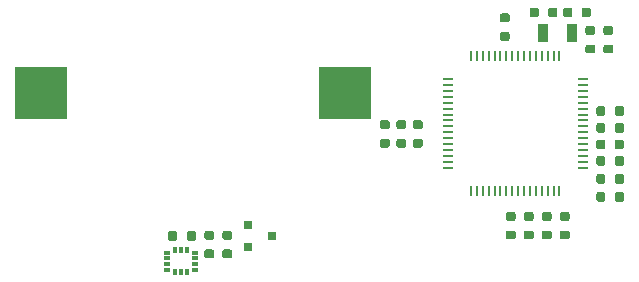
<source format=gbr>
G04 #@! TF.GenerationSoftware,KiCad,Pcbnew,5.0.2+dfsg1-1~bpo9+1*
G04 #@! TF.CreationDate,2019-04-13T13:24:29+03:00*
G04 #@! TF.ProjectId,kicad,6b696361-642e-46b6-9963-61645f706362,rev?*
G04 #@! TF.SameCoordinates,Original*
G04 #@! TF.FileFunction,Paste,Bot*
G04 #@! TF.FilePolarity,Positive*
%FSLAX46Y46*%
G04 Gerber Fmt 4.6, Leading zero omitted, Abs format (unit mm)*
G04 Created by KiCad (PCBNEW 5.0.2+dfsg1-1~bpo9+1) date Sat 13 Apr 2019 01:24:29 PM MSK*
%MOMM*%
%LPD*%
G01*
G04 APERTURE LIST*
%ADD10R,4.368800X4.368800*%
%ADD11C,0.100000*%
%ADD12C,0.752500*%
%ADD13R,0.774000X0.688000*%
%ADD14R,0.498800X0.301000*%
%ADD15R,0.301000X0.498800*%
%ADD16R,0.860000X1.548000*%
%ADD17R,0.860000X0.215000*%
%ADD18R,0.215000X0.860000*%
G04 APERTURE END LIST*
D10*
G04 #@! TO.C,BT1*
X133962000Y-93218000D03*
X159662000Y-93218000D03*
G04 #@! TD*
D11*
G04 #@! TO.C,C1_1*
G36*
X173974814Y-103256656D02*
X173993076Y-103259365D01*
X174010985Y-103263851D01*
X174028367Y-103270070D01*
X174045057Y-103277964D01*
X174060892Y-103287455D01*
X174075720Y-103298452D01*
X174089399Y-103310851D01*
X174101798Y-103324530D01*
X174112795Y-103339358D01*
X174122286Y-103355193D01*
X174130180Y-103371883D01*
X174136399Y-103389265D01*
X174140885Y-103407174D01*
X174143594Y-103425436D01*
X174144500Y-103443875D01*
X174144500Y-103820125D01*
X174143594Y-103838564D01*
X174140885Y-103856826D01*
X174136399Y-103874735D01*
X174130180Y-103892117D01*
X174122286Y-103908807D01*
X174112795Y-103924642D01*
X174101798Y-103939470D01*
X174089399Y-103953149D01*
X174075720Y-103965548D01*
X174060892Y-103976545D01*
X174045057Y-103986036D01*
X174028367Y-103993930D01*
X174010985Y-104000149D01*
X173993076Y-104004635D01*
X173974814Y-104007344D01*
X173956375Y-104008250D01*
X173515625Y-104008250D01*
X173497186Y-104007344D01*
X173478924Y-104004635D01*
X173461015Y-104000149D01*
X173443633Y-103993930D01*
X173426943Y-103986036D01*
X173411108Y-103976545D01*
X173396280Y-103965548D01*
X173382601Y-103953149D01*
X173370202Y-103939470D01*
X173359205Y-103924642D01*
X173349714Y-103908807D01*
X173341820Y-103892117D01*
X173335601Y-103874735D01*
X173331115Y-103856826D01*
X173328406Y-103838564D01*
X173327500Y-103820125D01*
X173327500Y-103443875D01*
X173328406Y-103425436D01*
X173331115Y-103407174D01*
X173335601Y-103389265D01*
X173341820Y-103371883D01*
X173349714Y-103355193D01*
X173359205Y-103339358D01*
X173370202Y-103324530D01*
X173382601Y-103310851D01*
X173396280Y-103298452D01*
X173411108Y-103287455D01*
X173426943Y-103277964D01*
X173443633Y-103270070D01*
X173461015Y-103263851D01*
X173478924Y-103259365D01*
X173497186Y-103256656D01*
X173515625Y-103255750D01*
X173956375Y-103255750D01*
X173974814Y-103256656D01*
X173974814Y-103256656D01*
G37*
D12*
X173736000Y-103632000D03*
D11*
G36*
X173974814Y-104831656D02*
X173993076Y-104834365D01*
X174010985Y-104838851D01*
X174028367Y-104845070D01*
X174045057Y-104852964D01*
X174060892Y-104862455D01*
X174075720Y-104873452D01*
X174089399Y-104885851D01*
X174101798Y-104899530D01*
X174112795Y-104914358D01*
X174122286Y-104930193D01*
X174130180Y-104946883D01*
X174136399Y-104964265D01*
X174140885Y-104982174D01*
X174143594Y-105000436D01*
X174144500Y-105018875D01*
X174144500Y-105395125D01*
X174143594Y-105413564D01*
X174140885Y-105431826D01*
X174136399Y-105449735D01*
X174130180Y-105467117D01*
X174122286Y-105483807D01*
X174112795Y-105499642D01*
X174101798Y-105514470D01*
X174089399Y-105528149D01*
X174075720Y-105540548D01*
X174060892Y-105551545D01*
X174045057Y-105561036D01*
X174028367Y-105568930D01*
X174010985Y-105575149D01*
X173993076Y-105579635D01*
X173974814Y-105582344D01*
X173956375Y-105583250D01*
X173515625Y-105583250D01*
X173497186Y-105582344D01*
X173478924Y-105579635D01*
X173461015Y-105575149D01*
X173443633Y-105568930D01*
X173426943Y-105561036D01*
X173411108Y-105551545D01*
X173396280Y-105540548D01*
X173382601Y-105528149D01*
X173370202Y-105514470D01*
X173359205Y-105499642D01*
X173349714Y-105483807D01*
X173341820Y-105467117D01*
X173335601Y-105449735D01*
X173331115Y-105431826D01*
X173328406Y-105413564D01*
X173327500Y-105395125D01*
X173327500Y-105018875D01*
X173328406Y-105000436D01*
X173331115Y-104982174D01*
X173335601Y-104964265D01*
X173341820Y-104946883D01*
X173349714Y-104930193D01*
X173359205Y-104914358D01*
X173370202Y-104899530D01*
X173382601Y-104885851D01*
X173396280Y-104873452D01*
X173411108Y-104862455D01*
X173426943Y-104852964D01*
X173443633Y-104845070D01*
X173461015Y-104838851D01*
X173478924Y-104834365D01*
X173497186Y-104831656D01*
X173515625Y-104830750D01*
X173956375Y-104830750D01*
X173974814Y-104831656D01*
X173974814Y-104831656D01*
G37*
D12*
X173736000Y-105207000D03*
G04 #@! TD*
D11*
G04 #@! TO.C,R3*
G36*
X180705814Y-89083656D02*
X180724076Y-89086365D01*
X180741985Y-89090851D01*
X180759367Y-89097070D01*
X180776057Y-89104964D01*
X180791892Y-89114455D01*
X180806720Y-89125452D01*
X180820399Y-89137851D01*
X180832798Y-89151530D01*
X180843795Y-89166358D01*
X180853286Y-89182193D01*
X180861180Y-89198883D01*
X180867399Y-89216265D01*
X180871885Y-89234174D01*
X180874594Y-89252436D01*
X180875500Y-89270875D01*
X180875500Y-89647125D01*
X180874594Y-89665564D01*
X180871885Y-89683826D01*
X180867399Y-89701735D01*
X180861180Y-89719117D01*
X180853286Y-89735807D01*
X180843795Y-89751642D01*
X180832798Y-89766470D01*
X180820399Y-89780149D01*
X180806720Y-89792548D01*
X180791892Y-89803545D01*
X180776057Y-89813036D01*
X180759367Y-89820930D01*
X180741985Y-89827149D01*
X180724076Y-89831635D01*
X180705814Y-89834344D01*
X180687375Y-89835250D01*
X180246625Y-89835250D01*
X180228186Y-89834344D01*
X180209924Y-89831635D01*
X180192015Y-89827149D01*
X180174633Y-89820930D01*
X180157943Y-89813036D01*
X180142108Y-89803545D01*
X180127280Y-89792548D01*
X180113601Y-89780149D01*
X180101202Y-89766470D01*
X180090205Y-89751642D01*
X180080714Y-89735807D01*
X180072820Y-89719117D01*
X180066601Y-89701735D01*
X180062115Y-89683826D01*
X180059406Y-89665564D01*
X180058500Y-89647125D01*
X180058500Y-89270875D01*
X180059406Y-89252436D01*
X180062115Y-89234174D01*
X180066601Y-89216265D01*
X180072820Y-89198883D01*
X180080714Y-89182193D01*
X180090205Y-89166358D01*
X180101202Y-89151530D01*
X180113601Y-89137851D01*
X180127280Y-89125452D01*
X180142108Y-89114455D01*
X180157943Y-89104964D01*
X180174633Y-89097070D01*
X180192015Y-89090851D01*
X180209924Y-89086365D01*
X180228186Y-89083656D01*
X180246625Y-89082750D01*
X180687375Y-89082750D01*
X180705814Y-89083656D01*
X180705814Y-89083656D01*
G37*
D12*
X180467000Y-89459000D03*
D11*
G36*
X180705814Y-87508656D02*
X180724076Y-87511365D01*
X180741985Y-87515851D01*
X180759367Y-87522070D01*
X180776057Y-87529964D01*
X180791892Y-87539455D01*
X180806720Y-87550452D01*
X180820399Y-87562851D01*
X180832798Y-87576530D01*
X180843795Y-87591358D01*
X180853286Y-87607193D01*
X180861180Y-87623883D01*
X180867399Y-87641265D01*
X180871885Y-87659174D01*
X180874594Y-87677436D01*
X180875500Y-87695875D01*
X180875500Y-88072125D01*
X180874594Y-88090564D01*
X180871885Y-88108826D01*
X180867399Y-88126735D01*
X180861180Y-88144117D01*
X180853286Y-88160807D01*
X180843795Y-88176642D01*
X180832798Y-88191470D01*
X180820399Y-88205149D01*
X180806720Y-88217548D01*
X180791892Y-88228545D01*
X180776057Y-88238036D01*
X180759367Y-88245930D01*
X180741985Y-88252149D01*
X180724076Y-88256635D01*
X180705814Y-88259344D01*
X180687375Y-88260250D01*
X180246625Y-88260250D01*
X180228186Y-88259344D01*
X180209924Y-88256635D01*
X180192015Y-88252149D01*
X180174633Y-88245930D01*
X180157943Y-88238036D01*
X180142108Y-88228545D01*
X180127280Y-88217548D01*
X180113601Y-88205149D01*
X180101202Y-88191470D01*
X180090205Y-88176642D01*
X180080714Y-88160807D01*
X180072820Y-88144117D01*
X180066601Y-88126735D01*
X180062115Y-88108826D01*
X180059406Y-88090564D01*
X180058500Y-88072125D01*
X180058500Y-87695875D01*
X180059406Y-87677436D01*
X180062115Y-87659174D01*
X180066601Y-87641265D01*
X180072820Y-87623883D01*
X180080714Y-87607193D01*
X180090205Y-87591358D01*
X180101202Y-87576530D01*
X180113601Y-87562851D01*
X180127280Y-87550452D01*
X180142108Y-87539455D01*
X180157943Y-87529964D01*
X180174633Y-87522070D01*
X180192015Y-87515851D01*
X180209924Y-87511365D01*
X180228186Y-87508656D01*
X180246625Y-87507750D01*
X180687375Y-87507750D01*
X180705814Y-87508656D01*
X180705814Y-87508656D01*
G37*
D12*
X180467000Y-87884000D03*
G04 #@! TD*
D11*
G04 #@! TO.C,FB1*
G36*
X181562564Y-101573406D02*
X181580826Y-101576115D01*
X181598735Y-101580601D01*
X181616117Y-101586820D01*
X181632807Y-101594714D01*
X181648642Y-101604205D01*
X181663470Y-101615202D01*
X181677149Y-101627601D01*
X181689548Y-101641280D01*
X181700545Y-101656108D01*
X181710036Y-101671943D01*
X181717930Y-101688633D01*
X181724149Y-101706015D01*
X181728635Y-101723924D01*
X181731344Y-101742186D01*
X181732250Y-101760625D01*
X181732250Y-102201375D01*
X181731344Y-102219814D01*
X181728635Y-102238076D01*
X181724149Y-102255985D01*
X181717930Y-102273367D01*
X181710036Y-102290057D01*
X181700545Y-102305892D01*
X181689548Y-102320720D01*
X181677149Y-102334399D01*
X181663470Y-102346798D01*
X181648642Y-102357795D01*
X181632807Y-102367286D01*
X181616117Y-102375180D01*
X181598735Y-102381399D01*
X181580826Y-102385885D01*
X181562564Y-102388594D01*
X181544125Y-102389500D01*
X181167875Y-102389500D01*
X181149436Y-102388594D01*
X181131174Y-102385885D01*
X181113265Y-102381399D01*
X181095883Y-102375180D01*
X181079193Y-102367286D01*
X181063358Y-102357795D01*
X181048530Y-102346798D01*
X181034851Y-102334399D01*
X181022452Y-102320720D01*
X181011455Y-102305892D01*
X181001964Y-102290057D01*
X180994070Y-102273367D01*
X180987851Y-102255985D01*
X180983365Y-102238076D01*
X180980656Y-102219814D01*
X180979750Y-102201375D01*
X180979750Y-101760625D01*
X180980656Y-101742186D01*
X180983365Y-101723924D01*
X180987851Y-101706015D01*
X180994070Y-101688633D01*
X181001964Y-101671943D01*
X181011455Y-101656108D01*
X181022452Y-101641280D01*
X181034851Y-101627601D01*
X181048530Y-101615202D01*
X181063358Y-101604205D01*
X181079193Y-101594714D01*
X181095883Y-101586820D01*
X181113265Y-101580601D01*
X181131174Y-101576115D01*
X181149436Y-101573406D01*
X181167875Y-101572500D01*
X181544125Y-101572500D01*
X181562564Y-101573406D01*
X181562564Y-101573406D01*
G37*
D12*
X181356000Y-101981000D03*
D11*
G36*
X183137564Y-101573406D02*
X183155826Y-101576115D01*
X183173735Y-101580601D01*
X183191117Y-101586820D01*
X183207807Y-101594714D01*
X183223642Y-101604205D01*
X183238470Y-101615202D01*
X183252149Y-101627601D01*
X183264548Y-101641280D01*
X183275545Y-101656108D01*
X183285036Y-101671943D01*
X183292930Y-101688633D01*
X183299149Y-101706015D01*
X183303635Y-101723924D01*
X183306344Y-101742186D01*
X183307250Y-101760625D01*
X183307250Y-102201375D01*
X183306344Y-102219814D01*
X183303635Y-102238076D01*
X183299149Y-102255985D01*
X183292930Y-102273367D01*
X183285036Y-102290057D01*
X183275545Y-102305892D01*
X183264548Y-102320720D01*
X183252149Y-102334399D01*
X183238470Y-102346798D01*
X183223642Y-102357795D01*
X183207807Y-102367286D01*
X183191117Y-102375180D01*
X183173735Y-102381399D01*
X183155826Y-102385885D01*
X183137564Y-102388594D01*
X183119125Y-102389500D01*
X182742875Y-102389500D01*
X182724436Y-102388594D01*
X182706174Y-102385885D01*
X182688265Y-102381399D01*
X182670883Y-102375180D01*
X182654193Y-102367286D01*
X182638358Y-102357795D01*
X182623530Y-102346798D01*
X182609851Y-102334399D01*
X182597452Y-102320720D01*
X182586455Y-102305892D01*
X182576964Y-102290057D01*
X182569070Y-102273367D01*
X182562851Y-102255985D01*
X182558365Y-102238076D01*
X182555656Y-102219814D01*
X182554750Y-102201375D01*
X182554750Y-101760625D01*
X182555656Y-101742186D01*
X182558365Y-101723924D01*
X182562851Y-101706015D01*
X182569070Y-101688633D01*
X182576964Y-101671943D01*
X182586455Y-101656108D01*
X182597452Y-101641280D01*
X182609851Y-101627601D01*
X182623530Y-101615202D01*
X182638358Y-101604205D01*
X182654193Y-101594714D01*
X182670883Y-101586820D01*
X182688265Y-101580601D01*
X182706174Y-101576115D01*
X182724436Y-101573406D01*
X182742875Y-101572500D01*
X183119125Y-101572500D01*
X183137564Y-101573406D01*
X183137564Y-101573406D01*
G37*
D12*
X182931000Y-101981000D03*
G04 #@! TD*
D13*
G04 #@! TO.C,Q1*
X151527000Y-106233000D03*
X151527000Y-104333000D03*
X153527000Y-105283000D03*
G04 #@! TD*
D11*
G04 #@! TO.C,C16*
G36*
X178768564Y-85952406D02*
X178786826Y-85955115D01*
X178804735Y-85959601D01*
X178822117Y-85965820D01*
X178838807Y-85973714D01*
X178854642Y-85983205D01*
X178869470Y-85994202D01*
X178883149Y-86006601D01*
X178895548Y-86020280D01*
X178906545Y-86035108D01*
X178916036Y-86050943D01*
X178923930Y-86067633D01*
X178930149Y-86085015D01*
X178934635Y-86102924D01*
X178937344Y-86121186D01*
X178938250Y-86139625D01*
X178938250Y-86580375D01*
X178937344Y-86598814D01*
X178934635Y-86617076D01*
X178930149Y-86634985D01*
X178923930Y-86652367D01*
X178916036Y-86669057D01*
X178906545Y-86684892D01*
X178895548Y-86699720D01*
X178883149Y-86713399D01*
X178869470Y-86725798D01*
X178854642Y-86736795D01*
X178838807Y-86746286D01*
X178822117Y-86754180D01*
X178804735Y-86760399D01*
X178786826Y-86764885D01*
X178768564Y-86767594D01*
X178750125Y-86768500D01*
X178373875Y-86768500D01*
X178355436Y-86767594D01*
X178337174Y-86764885D01*
X178319265Y-86760399D01*
X178301883Y-86754180D01*
X178285193Y-86746286D01*
X178269358Y-86736795D01*
X178254530Y-86725798D01*
X178240851Y-86713399D01*
X178228452Y-86699720D01*
X178217455Y-86684892D01*
X178207964Y-86669057D01*
X178200070Y-86652367D01*
X178193851Y-86634985D01*
X178189365Y-86617076D01*
X178186656Y-86598814D01*
X178185750Y-86580375D01*
X178185750Y-86139625D01*
X178186656Y-86121186D01*
X178189365Y-86102924D01*
X178193851Y-86085015D01*
X178200070Y-86067633D01*
X178207964Y-86050943D01*
X178217455Y-86035108D01*
X178228452Y-86020280D01*
X178240851Y-86006601D01*
X178254530Y-85994202D01*
X178269358Y-85983205D01*
X178285193Y-85973714D01*
X178301883Y-85965820D01*
X178319265Y-85959601D01*
X178337174Y-85955115D01*
X178355436Y-85952406D01*
X178373875Y-85951500D01*
X178750125Y-85951500D01*
X178768564Y-85952406D01*
X178768564Y-85952406D01*
G37*
D12*
X178562000Y-86360000D03*
D11*
G36*
X180343564Y-85952406D02*
X180361826Y-85955115D01*
X180379735Y-85959601D01*
X180397117Y-85965820D01*
X180413807Y-85973714D01*
X180429642Y-85983205D01*
X180444470Y-85994202D01*
X180458149Y-86006601D01*
X180470548Y-86020280D01*
X180481545Y-86035108D01*
X180491036Y-86050943D01*
X180498930Y-86067633D01*
X180505149Y-86085015D01*
X180509635Y-86102924D01*
X180512344Y-86121186D01*
X180513250Y-86139625D01*
X180513250Y-86580375D01*
X180512344Y-86598814D01*
X180509635Y-86617076D01*
X180505149Y-86634985D01*
X180498930Y-86652367D01*
X180491036Y-86669057D01*
X180481545Y-86684892D01*
X180470548Y-86699720D01*
X180458149Y-86713399D01*
X180444470Y-86725798D01*
X180429642Y-86736795D01*
X180413807Y-86746286D01*
X180397117Y-86754180D01*
X180379735Y-86760399D01*
X180361826Y-86764885D01*
X180343564Y-86767594D01*
X180325125Y-86768500D01*
X179948875Y-86768500D01*
X179930436Y-86767594D01*
X179912174Y-86764885D01*
X179894265Y-86760399D01*
X179876883Y-86754180D01*
X179860193Y-86746286D01*
X179844358Y-86736795D01*
X179829530Y-86725798D01*
X179815851Y-86713399D01*
X179803452Y-86699720D01*
X179792455Y-86684892D01*
X179782964Y-86669057D01*
X179775070Y-86652367D01*
X179768851Y-86634985D01*
X179764365Y-86617076D01*
X179761656Y-86598814D01*
X179760750Y-86580375D01*
X179760750Y-86139625D01*
X179761656Y-86121186D01*
X179764365Y-86102924D01*
X179768851Y-86085015D01*
X179775070Y-86067633D01*
X179782964Y-86050943D01*
X179792455Y-86035108D01*
X179803452Y-86020280D01*
X179815851Y-86006601D01*
X179829530Y-85994202D01*
X179844358Y-85983205D01*
X179860193Y-85973714D01*
X179876883Y-85965820D01*
X179894265Y-85959601D01*
X179912174Y-85955115D01*
X179930436Y-85952406D01*
X179948875Y-85951500D01*
X180325125Y-85951500D01*
X180343564Y-85952406D01*
X180343564Y-85952406D01*
G37*
D12*
X180137000Y-86360000D03*
G04 #@! TD*
D11*
G04 #@! TO.C,C15*
G36*
X177498564Y-85952406D02*
X177516826Y-85955115D01*
X177534735Y-85959601D01*
X177552117Y-85965820D01*
X177568807Y-85973714D01*
X177584642Y-85983205D01*
X177599470Y-85994202D01*
X177613149Y-86006601D01*
X177625548Y-86020280D01*
X177636545Y-86035108D01*
X177646036Y-86050943D01*
X177653930Y-86067633D01*
X177660149Y-86085015D01*
X177664635Y-86102924D01*
X177667344Y-86121186D01*
X177668250Y-86139625D01*
X177668250Y-86580375D01*
X177667344Y-86598814D01*
X177664635Y-86617076D01*
X177660149Y-86634985D01*
X177653930Y-86652367D01*
X177646036Y-86669057D01*
X177636545Y-86684892D01*
X177625548Y-86699720D01*
X177613149Y-86713399D01*
X177599470Y-86725798D01*
X177584642Y-86736795D01*
X177568807Y-86746286D01*
X177552117Y-86754180D01*
X177534735Y-86760399D01*
X177516826Y-86764885D01*
X177498564Y-86767594D01*
X177480125Y-86768500D01*
X177103875Y-86768500D01*
X177085436Y-86767594D01*
X177067174Y-86764885D01*
X177049265Y-86760399D01*
X177031883Y-86754180D01*
X177015193Y-86746286D01*
X176999358Y-86736795D01*
X176984530Y-86725798D01*
X176970851Y-86713399D01*
X176958452Y-86699720D01*
X176947455Y-86684892D01*
X176937964Y-86669057D01*
X176930070Y-86652367D01*
X176923851Y-86634985D01*
X176919365Y-86617076D01*
X176916656Y-86598814D01*
X176915750Y-86580375D01*
X176915750Y-86139625D01*
X176916656Y-86121186D01*
X176919365Y-86102924D01*
X176923851Y-86085015D01*
X176930070Y-86067633D01*
X176937964Y-86050943D01*
X176947455Y-86035108D01*
X176958452Y-86020280D01*
X176970851Y-86006601D01*
X176984530Y-85994202D01*
X176999358Y-85983205D01*
X177015193Y-85973714D01*
X177031883Y-85965820D01*
X177049265Y-85959601D01*
X177067174Y-85955115D01*
X177085436Y-85952406D01*
X177103875Y-85951500D01*
X177480125Y-85951500D01*
X177498564Y-85952406D01*
X177498564Y-85952406D01*
G37*
D12*
X177292000Y-86360000D03*
D11*
G36*
X175923564Y-85952406D02*
X175941826Y-85955115D01*
X175959735Y-85959601D01*
X175977117Y-85965820D01*
X175993807Y-85973714D01*
X176009642Y-85983205D01*
X176024470Y-85994202D01*
X176038149Y-86006601D01*
X176050548Y-86020280D01*
X176061545Y-86035108D01*
X176071036Y-86050943D01*
X176078930Y-86067633D01*
X176085149Y-86085015D01*
X176089635Y-86102924D01*
X176092344Y-86121186D01*
X176093250Y-86139625D01*
X176093250Y-86580375D01*
X176092344Y-86598814D01*
X176089635Y-86617076D01*
X176085149Y-86634985D01*
X176078930Y-86652367D01*
X176071036Y-86669057D01*
X176061545Y-86684892D01*
X176050548Y-86699720D01*
X176038149Y-86713399D01*
X176024470Y-86725798D01*
X176009642Y-86736795D01*
X175993807Y-86746286D01*
X175977117Y-86754180D01*
X175959735Y-86760399D01*
X175941826Y-86764885D01*
X175923564Y-86767594D01*
X175905125Y-86768500D01*
X175528875Y-86768500D01*
X175510436Y-86767594D01*
X175492174Y-86764885D01*
X175474265Y-86760399D01*
X175456883Y-86754180D01*
X175440193Y-86746286D01*
X175424358Y-86736795D01*
X175409530Y-86725798D01*
X175395851Y-86713399D01*
X175383452Y-86699720D01*
X175372455Y-86684892D01*
X175362964Y-86669057D01*
X175355070Y-86652367D01*
X175348851Y-86634985D01*
X175344365Y-86617076D01*
X175341656Y-86598814D01*
X175340750Y-86580375D01*
X175340750Y-86139625D01*
X175341656Y-86121186D01*
X175344365Y-86102924D01*
X175348851Y-86085015D01*
X175355070Y-86067633D01*
X175362964Y-86050943D01*
X175372455Y-86035108D01*
X175383452Y-86020280D01*
X175395851Y-86006601D01*
X175409530Y-85994202D01*
X175424358Y-85983205D01*
X175440193Y-85973714D01*
X175456883Y-85965820D01*
X175474265Y-85959601D01*
X175492174Y-85955115D01*
X175510436Y-85952406D01*
X175528875Y-85951500D01*
X175905125Y-85951500D01*
X175923564Y-85952406D01*
X175923564Y-85952406D01*
G37*
D12*
X175717000Y-86360000D03*
G04 #@! TD*
D11*
G04 #@! TO.C,C14*
G36*
X149971814Y-106431656D02*
X149990076Y-106434365D01*
X150007985Y-106438851D01*
X150025367Y-106445070D01*
X150042057Y-106452964D01*
X150057892Y-106462455D01*
X150072720Y-106473452D01*
X150086399Y-106485851D01*
X150098798Y-106499530D01*
X150109795Y-106514358D01*
X150119286Y-106530193D01*
X150127180Y-106546883D01*
X150133399Y-106564265D01*
X150137885Y-106582174D01*
X150140594Y-106600436D01*
X150141500Y-106618875D01*
X150141500Y-106995125D01*
X150140594Y-107013564D01*
X150137885Y-107031826D01*
X150133399Y-107049735D01*
X150127180Y-107067117D01*
X150119286Y-107083807D01*
X150109795Y-107099642D01*
X150098798Y-107114470D01*
X150086399Y-107128149D01*
X150072720Y-107140548D01*
X150057892Y-107151545D01*
X150042057Y-107161036D01*
X150025367Y-107168930D01*
X150007985Y-107175149D01*
X149990076Y-107179635D01*
X149971814Y-107182344D01*
X149953375Y-107183250D01*
X149512625Y-107183250D01*
X149494186Y-107182344D01*
X149475924Y-107179635D01*
X149458015Y-107175149D01*
X149440633Y-107168930D01*
X149423943Y-107161036D01*
X149408108Y-107151545D01*
X149393280Y-107140548D01*
X149379601Y-107128149D01*
X149367202Y-107114470D01*
X149356205Y-107099642D01*
X149346714Y-107083807D01*
X149338820Y-107067117D01*
X149332601Y-107049735D01*
X149328115Y-107031826D01*
X149325406Y-107013564D01*
X149324500Y-106995125D01*
X149324500Y-106618875D01*
X149325406Y-106600436D01*
X149328115Y-106582174D01*
X149332601Y-106564265D01*
X149338820Y-106546883D01*
X149346714Y-106530193D01*
X149356205Y-106514358D01*
X149367202Y-106499530D01*
X149379601Y-106485851D01*
X149393280Y-106473452D01*
X149408108Y-106462455D01*
X149423943Y-106452964D01*
X149440633Y-106445070D01*
X149458015Y-106438851D01*
X149475924Y-106434365D01*
X149494186Y-106431656D01*
X149512625Y-106430750D01*
X149953375Y-106430750D01*
X149971814Y-106431656D01*
X149971814Y-106431656D01*
G37*
D12*
X149733000Y-106807000D03*
D11*
G36*
X149971814Y-104856656D02*
X149990076Y-104859365D01*
X150007985Y-104863851D01*
X150025367Y-104870070D01*
X150042057Y-104877964D01*
X150057892Y-104887455D01*
X150072720Y-104898452D01*
X150086399Y-104910851D01*
X150098798Y-104924530D01*
X150109795Y-104939358D01*
X150119286Y-104955193D01*
X150127180Y-104971883D01*
X150133399Y-104989265D01*
X150137885Y-105007174D01*
X150140594Y-105025436D01*
X150141500Y-105043875D01*
X150141500Y-105420125D01*
X150140594Y-105438564D01*
X150137885Y-105456826D01*
X150133399Y-105474735D01*
X150127180Y-105492117D01*
X150119286Y-105508807D01*
X150109795Y-105524642D01*
X150098798Y-105539470D01*
X150086399Y-105553149D01*
X150072720Y-105565548D01*
X150057892Y-105576545D01*
X150042057Y-105586036D01*
X150025367Y-105593930D01*
X150007985Y-105600149D01*
X149990076Y-105604635D01*
X149971814Y-105607344D01*
X149953375Y-105608250D01*
X149512625Y-105608250D01*
X149494186Y-105607344D01*
X149475924Y-105604635D01*
X149458015Y-105600149D01*
X149440633Y-105593930D01*
X149423943Y-105586036D01*
X149408108Y-105576545D01*
X149393280Y-105565548D01*
X149379601Y-105553149D01*
X149367202Y-105539470D01*
X149356205Y-105524642D01*
X149346714Y-105508807D01*
X149338820Y-105492117D01*
X149332601Y-105474735D01*
X149328115Y-105456826D01*
X149325406Y-105438564D01*
X149324500Y-105420125D01*
X149324500Y-105043875D01*
X149325406Y-105025436D01*
X149328115Y-105007174D01*
X149332601Y-104989265D01*
X149338820Y-104971883D01*
X149346714Y-104955193D01*
X149356205Y-104939358D01*
X149367202Y-104924530D01*
X149379601Y-104910851D01*
X149393280Y-104898452D01*
X149408108Y-104887455D01*
X149423943Y-104877964D01*
X149440633Y-104870070D01*
X149458015Y-104863851D01*
X149475924Y-104859365D01*
X149494186Y-104856656D01*
X149512625Y-104855750D01*
X149953375Y-104855750D01*
X149971814Y-104856656D01*
X149971814Y-104856656D01*
G37*
D12*
X149733000Y-105232000D03*
G04 #@! TD*
D11*
G04 #@! TO.C,C2*
G36*
X173466814Y-86441656D02*
X173485076Y-86444365D01*
X173502985Y-86448851D01*
X173520367Y-86455070D01*
X173537057Y-86462964D01*
X173552892Y-86472455D01*
X173567720Y-86483452D01*
X173581399Y-86495851D01*
X173593798Y-86509530D01*
X173604795Y-86524358D01*
X173614286Y-86540193D01*
X173622180Y-86556883D01*
X173628399Y-86574265D01*
X173632885Y-86592174D01*
X173635594Y-86610436D01*
X173636500Y-86628875D01*
X173636500Y-87005125D01*
X173635594Y-87023564D01*
X173632885Y-87041826D01*
X173628399Y-87059735D01*
X173622180Y-87077117D01*
X173614286Y-87093807D01*
X173604795Y-87109642D01*
X173593798Y-87124470D01*
X173581399Y-87138149D01*
X173567720Y-87150548D01*
X173552892Y-87161545D01*
X173537057Y-87171036D01*
X173520367Y-87178930D01*
X173502985Y-87185149D01*
X173485076Y-87189635D01*
X173466814Y-87192344D01*
X173448375Y-87193250D01*
X173007625Y-87193250D01*
X172989186Y-87192344D01*
X172970924Y-87189635D01*
X172953015Y-87185149D01*
X172935633Y-87178930D01*
X172918943Y-87171036D01*
X172903108Y-87161545D01*
X172888280Y-87150548D01*
X172874601Y-87138149D01*
X172862202Y-87124470D01*
X172851205Y-87109642D01*
X172841714Y-87093807D01*
X172833820Y-87077117D01*
X172827601Y-87059735D01*
X172823115Y-87041826D01*
X172820406Y-87023564D01*
X172819500Y-87005125D01*
X172819500Y-86628875D01*
X172820406Y-86610436D01*
X172823115Y-86592174D01*
X172827601Y-86574265D01*
X172833820Y-86556883D01*
X172841714Y-86540193D01*
X172851205Y-86524358D01*
X172862202Y-86509530D01*
X172874601Y-86495851D01*
X172888280Y-86483452D01*
X172903108Y-86472455D01*
X172918943Y-86462964D01*
X172935633Y-86455070D01*
X172953015Y-86448851D01*
X172970924Y-86444365D01*
X172989186Y-86441656D01*
X173007625Y-86440750D01*
X173448375Y-86440750D01*
X173466814Y-86441656D01*
X173466814Y-86441656D01*
G37*
D12*
X173228000Y-86817000D03*
D11*
G36*
X173466814Y-88016656D02*
X173485076Y-88019365D01*
X173502985Y-88023851D01*
X173520367Y-88030070D01*
X173537057Y-88037964D01*
X173552892Y-88047455D01*
X173567720Y-88058452D01*
X173581399Y-88070851D01*
X173593798Y-88084530D01*
X173604795Y-88099358D01*
X173614286Y-88115193D01*
X173622180Y-88131883D01*
X173628399Y-88149265D01*
X173632885Y-88167174D01*
X173635594Y-88185436D01*
X173636500Y-88203875D01*
X173636500Y-88580125D01*
X173635594Y-88598564D01*
X173632885Y-88616826D01*
X173628399Y-88634735D01*
X173622180Y-88652117D01*
X173614286Y-88668807D01*
X173604795Y-88684642D01*
X173593798Y-88699470D01*
X173581399Y-88713149D01*
X173567720Y-88725548D01*
X173552892Y-88736545D01*
X173537057Y-88746036D01*
X173520367Y-88753930D01*
X173502985Y-88760149D01*
X173485076Y-88764635D01*
X173466814Y-88767344D01*
X173448375Y-88768250D01*
X173007625Y-88768250D01*
X172989186Y-88767344D01*
X172970924Y-88764635D01*
X172953015Y-88760149D01*
X172935633Y-88753930D01*
X172918943Y-88746036D01*
X172903108Y-88736545D01*
X172888280Y-88725548D01*
X172874601Y-88713149D01*
X172862202Y-88699470D01*
X172851205Y-88684642D01*
X172841714Y-88668807D01*
X172833820Y-88652117D01*
X172827601Y-88634735D01*
X172823115Y-88616826D01*
X172820406Y-88598564D01*
X172819500Y-88580125D01*
X172819500Y-88203875D01*
X172820406Y-88185436D01*
X172823115Y-88167174D01*
X172827601Y-88149265D01*
X172833820Y-88131883D01*
X172841714Y-88115193D01*
X172851205Y-88099358D01*
X172862202Y-88084530D01*
X172874601Y-88070851D01*
X172888280Y-88058452D01*
X172903108Y-88047455D01*
X172918943Y-88037964D01*
X172935633Y-88030070D01*
X172953015Y-88023851D01*
X172970924Y-88019365D01*
X172989186Y-88016656D01*
X173007625Y-88015750D01*
X173448375Y-88015750D01*
X173466814Y-88016656D01*
X173466814Y-88016656D01*
G37*
D12*
X173228000Y-88392000D03*
G04 #@! TD*
D14*
G04 #@! TO.C,U2*
X144609400Y-106691600D03*
X144609400Y-107191600D03*
X144609400Y-107691600D03*
X144609400Y-108191600D03*
D15*
X146284400Y-106516600D03*
X145784400Y-106516600D03*
X145284400Y-106516600D03*
D14*
X146959400Y-106691600D03*
X146959400Y-107191600D03*
X146959400Y-107691600D03*
X146959400Y-108191600D03*
D15*
X146284400Y-108366600D03*
X145784400Y-108366600D03*
X145284400Y-108366600D03*
G04 #@! TD*
D11*
G04 #@! TO.C,R2*
G36*
X182229814Y-87508656D02*
X182248076Y-87511365D01*
X182265985Y-87515851D01*
X182283367Y-87522070D01*
X182300057Y-87529964D01*
X182315892Y-87539455D01*
X182330720Y-87550452D01*
X182344399Y-87562851D01*
X182356798Y-87576530D01*
X182367795Y-87591358D01*
X182377286Y-87607193D01*
X182385180Y-87623883D01*
X182391399Y-87641265D01*
X182395885Y-87659174D01*
X182398594Y-87677436D01*
X182399500Y-87695875D01*
X182399500Y-88072125D01*
X182398594Y-88090564D01*
X182395885Y-88108826D01*
X182391399Y-88126735D01*
X182385180Y-88144117D01*
X182377286Y-88160807D01*
X182367795Y-88176642D01*
X182356798Y-88191470D01*
X182344399Y-88205149D01*
X182330720Y-88217548D01*
X182315892Y-88228545D01*
X182300057Y-88238036D01*
X182283367Y-88245930D01*
X182265985Y-88252149D01*
X182248076Y-88256635D01*
X182229814Y-88259344D01*
X182211375Y-88260250D01*
X181770625Y-88260250D01*
X181752186Y-88259344D01*
X181733924Y-88256635D01*
X181716015Y-88252149D01*
X181698633Y-88245930D01*
X181681943Y-88238036D01*
X181666108Y-88228545D01*
X181651280Y-88217548D01*
X181637601Y-88205149D01*
X181625202Y-88191470D01*
X181614205Y-88176642D01*
X181604714Y-88160807D01*
X181596820Y-88144117D01*
X181590601Y-88126735D01*
X181586115Y-88108826D01*
X181583406Y-88090564D01*
X181582500Y-88072125D01*
X181582500Y-87695875D01*
X181583406Y-87677436D01*
X181586115Y-87659174D01*
X181590601Y-87641265D01*
X181596820Y-87623883D01*
X181604714Y-87607193D01*
X181614205Y-87591358D01*
X181625202Y-87576530D01*
X181637601Y-87562851D01*
X181651280Y-87550452D01*
X181666108Y-87539455D01*
X181681943Y-87529964D01*
X181698633Y-87522070D01*
X181716015Y-87515851D01*
X181733924Y-87511365D01*
X181752186Y-87508656D01*
X181770625Y-87507750D01*
X182211375Y-87507750D01*
X182229814Y-87508656D01*
X182229814Y-87508656D01*
G37*
D12*
X181991000Y-87884000D03*
D11*
G36*
X182229814Y-89083656D02*
X182248076Y-89086365D01*
X182265985Y-89090851D01*
X182283367Y-89097070D01*
X182300057Y-89104964D01*
X182315892Y-89114455D01*
X182330720Y-89125452D01*
X182344399Y-89137851D01*
X182356798Y-89151530D01*
X182367795Y-89166358D01*
X182377286Y-89182193D01*
X182385180Y-89198883D01*
X182391399Y-89216265D01*
X182395885Y-89234174D01*
X182398594Y-89252436D01*
X182399500Y-89270875D01*
X182399500Y-89647125D01*
X182398594Y-89665564D01*
X182395885Y-89683826D01*
X182391399Y-89701735D01*
X182385180Y-89719117D01*
X182377286Y-89735807D01*
X182367795Y-89751642D01*
X182356798Y-89766470D01*
X182344399Y-89780149D01*
X182330720Y-89792548D01*
X182315892Y-89803545D01*
X182300057Y-89813036D01*
X182283367Y-89820930D01*
X182265985Y-89827149D01*
X182248076Y-89831635D01*
X182229814Y-89834344D01*
X182211375Y-89835250D01*
X181770625Y-89835250D01*
X181752186Y-89834344D01*
X181733924Y-89831635D01*
X181716015Y-89827149D01*
X181698633Y-89820930D01*
X181681943Y-89813036D01*
X181666108Y-89803545D01*
X181651280Y-89792548D01*
X181637601Y-89780149D01*
X181625202Y-89766470D01*
X181614205Y-89751642D01*
X181604714Y-89735807D01*
X181596820Y-89719117D01*
X181590601Y-89701735D01*
X181586115Y-89683826D01*
X181583406Y-89665564D01*
X181582500Y-89647125D01*
X181582500Y-89270875D01*
X181583406Y-89252436D01*
X181586115Y-89234174D01*
X181590601Y-89216265D01*
X181596820Y-89198883D01*
X181604714Y-89182193D01*
X181614205Y-89166358D01*
X181625202Y-89151530D01*
X181637601Y-89137851D01*
X181651280Y-89125452D01*
X181666108Y-89114455D01*
X181681943Y-89104964D01*
X181698633Y-89097070D01*
X181716015Y-89090851D01*
X181733924Y-89086365D01*
X181752186Y-89083656D01*
X181770625Y-89082750D01*
X182211375Y-89082750D01*
X182229814Y-89083656D01*
X182229814Y-89083656D01*
G37*
D12*
X181991000Y-89459000D03*
G04 #@! TD*
D11*
G04 #@! TO.C,C13*
G36*
X148447814Y-104856656D02*
X148466076Y-104859365D01*
X148483985Y-104863851D01*
X148501367Y-104870070D01*
X148518057Y-104877964D01*
X148533892Y-104887455D01*
X148548720Y-104898452D01*
X148562399Y-104910851D01*
X148574798Y-104924530D01*
X148585795Y-104939358D01*
X148595286Y-104955193D01*
X148603180Y-104971883D01*
X148609399Y-104989265D01*
X148613885Y-105007174D01*
X148616594Y-105025436D01*
X148617500Y-105043875D01*
X148617500Y-105420125D01*
X148616594Y-105438564D01*
X148613885Y-105456826D01*
X148609399Y-105474735D01*
X148603180Y-105492117D01*
X148595286Y-105508807D01*
X148585795Y-105524642D01*
X148574798Y-105539470D01*
X148562399Y-105553149D01*
X148548720Y-105565548D01*
X148533892Y-105576545D01*
X148518057Y-105586036D01*
X148501367Y-105593930D01*
X148483985Y-105600149D01*
X148466076Y-105604635D01*
X148447814Y-105607344D01*
X148429375Y-105608250D01*
X147988625Y-105608250D01*
X147970186Y-105607344D01*
X147951924Y-105604635D01*
X147934015Y-105600149D01*
X147916633Y-105593930D01*
X147899943Y-105586036D01*
X147884108Y-105576545D01*
X147869280Y-105565548D01*
X147855601Y-105553149D01*
X147843202Y-105539470D01*
X147832205Y-105524642D01*
X147822714Y-105508807D01*
X147814820Y-105492117D01*
X147808601Y-105474735D01*
X147804115Y-105456826D01*
X147801406Y-105438564D01*
X147800500Y-105420125D01*
X147800500Y-105043875D01*
X147801406Y-105025436D01*
X147804115Y-105007174D01*
X147808601Y-104989265D01*
X147814820Y-104971883D01*
X147822714Y-104955193D01*
X147832205Y-104939358D01*
X147843202Y-104924530D01*
X147855601Y-104910851D01*
X147869280Y-104898452D01*
X147884108Y-104887455D01*
X147899943Y-104877964D01*
X147916633Y-104870070D01*
X147934015Y-104863851D01*
X147951924Y-104859365D01*
X147970186Y-104856656D01*
X147988625Y-104855750D01*
X148429375Y-104855750D01*
X148447814Y-104856656D01*
X148447814Y-104856656D01*
G37*
D12*
X148209000Y-105232000D03*
D11*
G36*
X148447814Y-106431656D02*
X148466076Y-106434365D01*
X148483985Y-106438851D01*
X148501367Y-106445070D01*
X148518057Y-106452964D01*
X148533892Y-106462455D01*
X148548720Y-106473452D01*
X148562399Y-106485851D01*
X148574798Y-106499530D01*
X148585795Y-106514358D01*
X148595286Y-106530193D01*
X148603180Y-106546883D01*
X148609399Y-106564265D01*
X148613885Y-106582174D01*
X148616594Y-106600436D01*
X148617500Y-106618875D01*
X148617500Y-106995125D01*
X148616594Y-107013564D01*
X148613885Y-107031826D01*
X148609399Y-107049735D01*
X148603180Y-107067117D01*
X148595286Y-107083807D01*
X148585795Y-107099642D01*
X148574798Y-107114470D01*
X148562399Y-107128149D01*
X148548720Y-107140548D01*
X148533892Y-107151545D01*
X148518057Y-107161036D01*
X148501367Y-107168930D01*
X148483985Y-107175149D01*
X148466076Y-107179635D01*
X148447814Y-107182344D01*
X148429375Y-107183250D01*
X147988625Y-107183250D01*
X147970186Y-107182344D01*
X147951924Y-107179635D01*
X147934015Y-107175149D01*
X147916633Y-107168930D01*
X147899943Y-107161036D01*
X147884108Y-107151545D01*
X147869280Y-107140548D01*
X147855601Y-107128149D01*
X147843202Y-107114470D01*
X147832205Y-107099642D01*
X147822714Y-107083807D01*
X147814820Y-107067117D01*
X147808601Y-107049735D01*
X147804115Y-107031826D01*
X147801406Y-107013564D01*
X147800500Y-106995125D01*
X147800500Y-106618875D01*
X147801406Y-106600436D01*
X147804115Y-106582174D01*
X147808601Y-106564265D01*
X147814820Y-106546883D01*
X147822714Y-106530193D01*
X147832205Y-106514358D01*
X147843202Y-106499530D01*
X147855601Y-106485851D01*
X147869280Y-106473452D01*
X147884108Y-106462455D01*
X147899943Y-106452964D01*
X147916633Y-106445070D01*
X147934015Y-106438851D01*
X147951924Y-106434365D01*
X147970186Y-106431656D01*
X147988625Y-106430750D01*
X148429375Y-106430750D01*
X148447814Y-106431656D01*
X148447814Y-106431656D01*
G37*
D12*
X148209000Y-106807000D03*
G04 #@! TD*
D11*
G04 #@! TO.C,C12*
G36*
X146891564Y-104875406D02*
X146909826Y-104878115D01*
X146927735Y-104882601D01*
X146945117Y-104888820D01*
X146961807Y-104896714D01*
X146977642Y-104906205D01*
X146992470Y-104917202D01*
X147006149Y-104929601D01*
X147018548Y-104943280D01*
X147029545Y-104958108D01*
X147039036Y-104973943D01*
X147046930Y-104990633D01*
X147053149Y-105008015D01*
X147057635Y-105025924D01*
X147060344Y-105044186D01*
X147061250Y-105062625D01*
X147061250Y-105503375D01*
X147060344Y-105521814D01*
X147057635Y-105540076D01*
X147053149Y-105557985D01*
X147046930Y-105575367D01*
X147039036Y-105592057D01*
X147029545Y-105607892D01*
X147018548Y-105622720D01*
X147006149Y-105636399D01*
X146992470Y-105648798D01*
X146977642Y-105659795D01*
X146961807Y-105669286D01*
X146945117Y-105677180D01*
X146927735Y-105683399D01*
X146909826Y-105687885D01*
X146891564Y-105690594D01*
X146873125Y-105691500D01*
X146496875Y-105691500D01*
X146478436Y-105690594D01*
X146460174Y-105687885D01*
X146442265Y-105683399D01*
X146424883Y-105677180D01*
X146408193Y-105669286D01*
X146392358Y-105659795D01*
X146377530Y-105648798D01*
X146363851Y-105636399D01*
X146351452Y-105622720D01*
X146340455Y-105607892D01*
X146330964Y-105592057D01*
X146323070Y-105575367D01*
X146316851Y-105557985D01*
X146312365Y-105540076D01*
X146309656Y-105521814D01*
X146308750Y-105503375D01*
X146308750Y-105062625D01*
X146309656Y-105044186D01*
X146312365Y-105025924D01*
X146316851Y-105008015D01*
X146323070Y-104990633D01*
X146330964Y-104973943D01*
X146340455Y-104958108D01*
X146351452Y-104943280D01*
X146363851Y-104929601D01*
X146377530Y-104917202D01*
X146392358Y-104906205D01*
X146408193Y-104896714D01*
X146424883Y-104888820D01*
X146442265Y-104882601D01*
X146460174Y-104878115D01*
X146478436Y-104875406D01*
X146496875Y-104874500D01*
X146873125Y-104874500D01*
X146891564Y-104875406D01*
X146891564Y-104875406D01*
G37*
D12*
X146685000Y-105283000D03*
D11*
G36*
X145316564Y-104875406D02*
X145334826Y-104878115D01*
X145352735Y-104882601D01*
X145370117Y-104888820D01*
X145386807Y-104896714D01*
X145402642Y-104906205D01*
X145417470Y-104917202D01*
X145431149Y-104929601D01*
X145443548Y-104943280D01*
X145454545Y-104958108D01*
X145464036Y-104973943D01*
X145471930Y-104990633D01*
X145478149Y-105008015D01*
X145482635Y-105025924D01*
X145485344Y-105044186D01*
X145486250Y-105062625D01*
X145486250Y-105503375D01*
X145485344Y-105521814D01*
X145482635Y-105540076D01*
X145478149Y-105557985D01*
X145471930Y-105575367D01*
X145464036Y-105592057D01*
X145454545Y-105607892D01*
X145443548Y-105622720D01*
X145431149Y-105636399D01*
X145417470Y-105648798D01*
X145402642Y-105659795D01*
X145386807Y-105669286D01*
X145370117Y-105677180D01*
X145352735Y-105683399D01*
X145334826Y-105687885D01*
X145316564Y-105690594D01*
X145298125Y-105691500D01*
X144921875Y-105691500D01*
X144903436Y-105690594D01*
X144885174Y-105687885D01*
X144867265Y-105683399D01*
X144849883Y-105677180D01*
X144833193Y-105669286D01*
X144817358Y-105659795D01*
X144802530Y-105648798D01*
X144788851Y-105636399D01*
X144776452Y-105622720D01*
X144765455Y-105607892D01*
X144755964Y-105592057D01*
X144748070Y-105575367D01*
X144741851Y-105557985D01*
X144737365Y-105540076D01*
X144734656Y-105521814D01*
X144733750Y-105503375D01*
X144733750Y-105062625D01*
X144734656Y-105044186D01*
X144737365Y-105025924D01*
X144741851Y-105008015D01*
X144748070Y-104990633D01*
X144755964Y-104973943D01*
X144765455Y-104958108D01*
X144776452Y-104943280D01*
X144788851Y-104929601D01*
X144802530Y-104917202D01*
X144817358Y-104906205D01*
X144833193Y-104896714D01*
X144849883Y-104888820D01*
X144867265Y-104882601D01*
X144885174Y-104878115D01*
X144903436Y-104875406D01*
X144921875Y-104874500D01*
X145298125Y-104874500D01*
X145316564Y-104875406D01*
X145316564Y-104875406D01*
G37*
D12*
X145110000Y-105283000D03*
G04 #@! TD*
D11*
G04 #@! TO.C,C10*
G36*
X178546814Y-104831656D02*
X178565076Y-104834365D01*
X178582985Y-104838851D01*
X178600367Y-104845070D01*
X178617057Y-104852964D01*
X178632892Y-104862455D01*
X178647720Y-104873452D01*
X178661399Y-104885851D01*
X178673798Y-104899530D01*
X178684795Y-104914358D01*
X178694286Y-104930193D01*
X178702180Y-104946883D01*
X178708399Y-104964265D01*
X178712885Y-104982174D01*
X178715594Y-105000436D01*
X178716500Y-105018875D01*
X178716500Y-105395125D01*
X178715594Y-105413564D01*
X178712885Y-105431826D01*
X178708399Y-105449735D01*
X178702180Y-105467117D01*
X178694286Y-105483807D01*
X178684795Y-105499642D01*
X178673798Y-105514470D01*
X178661399Y-105528149D01*
X178647720Y-105540548D01*
X178632892Y-105551545D01*
X178617057Y-105561036D01*
X178600367Y-105568930D01*
X178582985Y-105575149D01*
X178565076Y-105579635D01*
X178546814Y-105582344D01*
X178528375Y-105583250D01*
X178087625Y-105583250D01*
X178069186Y-105582344D01*
X178050924Y-105579635D01*
X178033015Y-105575149D01*
X178015633Y-105568930D01*
X177998943Y-105561036D01*
X177983108Y-105551545D01*
X177968280Y-105540548D01*
X177954601Y-105528149D01*
X177942202Y-105514470D01*
X177931205Y-105499642D01*
X177921714Y-105483807D01*
X177913820Y-105467117D01*
X177907601Y-105449735D01*
X177903115Y-105431826D01*
X177900406Y-105413564D01*
X177899500Y-105395125D01*
X177899500Y-105018875D01*
X177900406Y-105000436D01*
X177903115Y-104982174D01*
X177907601Y-104964265D01*
X177913820Y-104946883D01*
X177921714Y-104930193D01*
X177931205Y-104914358D01*
X177942202Y-104899530D01*
X177954601Y-104885851D01*
X177968280Y-104873452D01*
X177983108Y-104862455D01*
X177998943Y-104852964D01*
X178015633Y-104845070D01*
X178033015Y-104838851D01*
X178050924Y-104834365D01*
X178069186Y-104831656D01*
X178087625Y-104830750D01*
X178528375Y-104830750D01*
X178546814Y-104831656D01*
X178546814Y-104831656D01*
G37*
D12*
X178308000Y-105207000D03*
D11*
G36*
X178546814Y-103256656D02*
X178565076Y-103259365D01*
X178582985Y-103263851D01*
X178600367Y-103270070D01*
X178617057Y-103277964D01*
X178632892Y-103287455D01*
X178647720Y-103298452D01*
X178661399Y-103310851D01*
X178673798Y-103324530D01*
X178684795Y-103339358D01*
X178694286Y-103355193D01*
X178702180Y-103371883D01*
X178708399Y-103389265D01*
X178712885Y-103407174D01*
X178715594Y-103425436D01*
X178716500Y-103443875D01*
X178716500Y-103820125D01*
X178715594Y-103838564D01*
X178712885Y-103856826D01*
X178708399Y-103874735D01*
X178702180Y-103892117D01*
X178694286Y-103908807D01*
X178684795Y-103924642D01*
X178673798Y-103939470D01*
X178661399Y-103953149D01*
X178647720Y-103965548D01*
X178632892Y-103976545D01*
X178617057Y-103986036D01*
X178600367Y-103993930D01*
X178582985Y-104000149D01*
X178565076Y-104004635D01*
X178546814Y-104007344D01*
X178528375Y-104008250D01*
X178087625Y-104008250D01*
X178069186Y-104007344D01*
X178050924Y-104004635D01*
X178033015Y-104000149D01*
X178015633Y-103993930D01*
X177998943Y-103986036D01*
X177983108Y-103976545D01*
X177968280Y-103965548D01*
X177954601Y-103953149D01*
X177942202Y-103939470D01*
X177931205Y-103924642D01*
X177921714Y-103908807D01*
X177913820Y-103892117D01*
X177907601Y-103874735D01*
X177903115Y-103856826D01*
X177900406Y-103838564D01*
X177899500Y-103820125D01*
X177899500Y-103443875D01*
X177900406Y-103425436D01*
X177903115Y-103407174D01*
X177907601Y-103389265D01*
X177913820Y-103371883D01*
X177921714Y-103355193D01*
X177931205Y-103339358D01*
X177942202Y-103324530D01*
X177954601Y-103310851D01*
X177968280Y-103298452D01*
X177983108Y-103287455D01*
X177998943Y-103277964D01*
X178015633Y-103270070D01*
X178033015Y-103263851D01*
X178050924Y-103259365D01*
X178069186Y-103256656D01*
X178087625Y-103255750D01*
X178528375Y-103255750D01*
X178546814Y-103256656D01*
X178546814Y-103256656D01*
G37*
D12*
X178308000Y-103632000D03*
G04 #@! TD*
D11*
G04 #@! TO.C,C9*
G36*
X177022814Y-104831656D02*
X177041076Y-104834365D01*
X177058985Y-104838851D01*
X177076367Y-104845070D01*
X177093057Y-104852964D01*
X177108892Y-104862455D01*
X177123720Y-104873452D01*
X177137399Y-104885851D01*
X177149798Y-104899530D01*
X177160795Y-104914358D01*
X177170286Y-104930193D01*
X177178180Y-104946883D01*
X177184399Y-104964265D01*
X177188885Y-104982174D01*
X177191594Y-105000436D01*
X177192500Y-105018875D01*
X177192500Y-105395125D01*
X177191594Y-105413564D01*
X177188885Y-105431826D01*
X177184399Y-105449735D01*
X177178180Y-105467117D01*
X177170286Y-105483807D01*
X177160795Y-105499642D01*
X177149798Y-105514470D01*
X177137399Y-105528149D01*
X177123720Y-105540548D01*
X177108892Y-105551545D01*
X177093057Y-105561036D01*
X177076367Y-105568930D01*
X177058985Y-105575149D01*
X177041076Y-105579635D01*
X177022814Y-105582344D01*
X177004375Y-105583250D01*
X176563625Y-105583250D01*
X176545186Y-105582344D01*
X176526924Y-105579635D01*
X176509015Y-105575149D01*
X176491633Y-105568930D01*
X176474943Y-105561036D01*
X176459108Y-105551545D01*
X176444280Y-105540548D01*
X176430601Y-105528149D01*
X176418202Y-105514470D01*
X176407205Y-105499642D01*
X176397714Y-105483807D01*
X176389820Y-105467117D01*
X176383601Y-105449735D01*
X176379115Y-105431826D01*
X176376406Y-105413564D01*
X176375500Y-105395125D01*
X176375500Y-105018875D01*
X176376406Y-105000436D01*
X176379115Y-104982174D01*
X176383601Y-104964265D01*
X176389820Y-104946883D01*
X176397714Y-104930193D01*
X176407205Y-104914358D01*
X176418202Y-104899530D01*
X176430601Y-104885851D01*
X176444280Y-104873452D01*
X176459108Y-104862455D01*
X176474943Y-104852964D01*
X176491633Y-104845070D01*
X176509015Y-104838851D01*
X176526924Y-104834365D01*
X176545186Y-104831656D01*
X176563625Y-104830750D01*
X177004375Y-104830750D01*
X177022814Y-104831656D01*
X177022814Y-104831656D01*
G37*
D12*
X176784000Y-105207000D03*
D11*
G36*
X177022814Y-103256656D02*
X177041076Y-103259365D01*
X177058985Y-103263851D01*
X177076367Y-103270070D01*
X177093057Y-103277964D01*
X177108892Y-103287455D01*
X177123720Y-103298452D01*
X177137399Y-103310851D01*
X177149798Y-103324530D01*
X177160795Y-103339358D01*
X177170286Y-103355193D01*
X177178180Y-103371883D01*
X177184399Y-103389265D01*
X177188885Y-103407174D01*
X177191594Y-103425436D01*
X177192500Y-103443875D01*
X177192500Y-103820125D01*
X177191594Y-103838564D01*
X177188885Y-103856826D01*
X177184399Y-103874735D01*
X177178180Y-103892117D01*
X177170286Y-103908807D01*
X177160795Y-103924642D01*
X177149798Y-103939470D01*
X177137399Y-103953149D01*
X177123720Y-103965548D01*
X177108892Y-103976545D01*
X177093057Y-103986036D01*
X177076367Y-103993930D01*
X177058985Y-104000149D01*
X177041076Y-104004635D01*
X177022814Y-104007344D01*
X177004375Y-104008250D01*
X176563625Y-104008250D01*
X176545186Y-104007344D01*
X176526924Y-104004635D01*
X176509015Y-104000149D01*
X176491633Y-103993930D01*
X176474943Y-103986036D01*
X176459108Y-103976545D01*
X176444280Y-103965548D01*
X176430601Y-103953149D01*
X176418202Y-103939470D01*
X176407205Y-103924642D01*
X176397714Y-103908807D01*
X176389820Y-103892117D01*
X176383601Y-103874735D01*
X176379115Y-103856826D01*
X176376406Y-103838564D01*
X176375500Y-103820125D01*
X176375500Y-103443875D01*
X176376406Y-103425436D01*
X176379115Y-103407174D01*
X176383601Y-103389265D01*
X176389820Y-103371883D01*
X176397714Y-103355193D01*
X176407205Y-103339358D01*
X176418202Y-103324530D01*
X176430601Y-103310851D01*
X176444280Y-103298452D01*
X176459108Y-103287455D01*
X176474943Y-103277964D01*
X176491633Y-103270070D01*
X176509015Y-103263851D01*
X176526924Y-103259365D01*
X176545186Y-103256656D01*
X176563625Y-103255750D01*
X177004375Y-103255750D01*
X177022814Y-103256656D01*
X177022814Y-103256656D01*
G37*
D12*
X176784000Y-103632000D03*
G04 #@! TD*
D11*
G04 #@! TO.C,C8*
G36*
X183137564Y-98525406D02*
X183155826Y-98528115D01*
X183173735Y-98532601D01*
X183191117Y-98538820D01*
X183207807Y-98546714D01*
X183223642Y-98556205D01*
X183238470Y-98567202D01*
X183252149Y-98579601D01*
X183264548Y-98593280D01*
X183275545Y-98608108D01*
X183285036Y-98623943D01*
X183292930Y-98640633D01*
X183299149Y-98658015D01*
X183303635Y-98675924D01*
X183306344Y-98694186D01*
X183307250Y-98712625D01*
X183307250Y-99153375D01*
X183306344Y-99171814D01*
X183303635Y-99190076D01*
X183299149Y-99207985D01*
X183292930Y-99225367D01*
X183285036Y-99242057D01*
X183275545Y-99257892D01*
X183264548Y-99272720D01*
X183252149Y-99286399D01*
X183238470Y-99298798D01*
X183223642Y-99309795D01*
X183207807Y-99319286D01*
X183191117Y-99327180D01*
X183173735Y-99333399D01*
X183155826Y-99337885D01*
X183137564Y-99340594D01*
X183119125Y-99341500D01*
X182742875Y-99341500D01*
X182724436Y-99340594D01*
X182706174Y-99337885D01*
X182688265Y-99333399D01*
X182670883Y-99327180D01*
X182654193Y-99319286D01*
X182638358Y-99309795D01*
X182623530Y-99298798D01*
X182609851Y-99286399D01*
X182597452Y-99272720D01*
X182586455Y-99257892D01*
X182576964Y-99242057D01*
X182569070Y-99225367D01*
X182562851Y-99207985D01*
X182558365Y-99190076D01*
X182555656Y-99171814D01*
X182554750Y-99153375D01*
X182554750Y-98712625D01*
X182555656Y-98694186D01*
X182558365Y-98675924D01*
X182562851Y-98658015D01*
X182569070Y-98640633D01*
X182576964Y-98623943D01*
X182586455Y-98608108D01*
X182597452Y-98593280D01*
X182609851Y-98579601D01*
X182623530Y-98567202D01*
X182638358Y-98556205D01*
X182654193Y-98546714D01*
X182670883Y-98538820D01*
X182688265Y-98532601D01*
X182706174Y-98528115D01*
X182724436Y-98525406D01*
X182742875Y-98524500D01*
X183119125Y-98524500D01*
X183137564Y-98525406D01*
X183137564Y-98525406D01*
G37*
D12*
X182931000Y-98933000D03*
D11*
G36*
X181562564Y-98525406D02*
X181580826Y-98528115D01*
X181598735Y-98532601D01*
X181616117Y-98538820D01*
X181632807Y-98546714D01*
X181648642Y-98556205D01*
X181663470Y-98567202D01*
X181677149Y-98579601D01*
X181689548Y-98593280D01*
X181700545Y-98608108D01*
X181710036Y-98623943D01*
X181717930Y-98640633D01*
X181724149Y-98658015D01*
X181728635Y-98675924D01*
X181731344Y-98694186D01*
X181732250Y-98712625D01*
X181732250Y-99153375D01*
X181731344Y-99171814D01*
X181728635Y-99190076D01*
X181724149Y-99207985D01*
X181717930Y-99225367D01*
X181710036Y-99242057D01*
X181700545Y-99257892D01*
X181689548Y-99272720D01*
X181677149Y-99286399D01*
X181663470Y-99298798D01*
X181648642Y-99309795D01*
X181632807Y-99319286D01*
X181616117Y-99327180D01*
X181598735Y-99333399D01*
X181580826Y-99337885D01*
X181562564Y-99340594D01*
X181544125Y-99341500D01*
X181167875Y-99341500D01*
X181149436Y-99340594D01*
X181131174Y-99337885D01*
X181113265Y-99333399D01*
X181095883Y-99327180D01*
X181079193Y-99319286D01*
X181063358Y-99309795D01*
X181048530Y-99298798D01*
X181034851Y-99286399D01*
X181022452Y-99272720D01*
X181011455Y-99257892D01*
X181001964Y-99242057D01*
X180994070Y-99225367D01*
X180987851Y-99207985D01*
X180983365Y-99190076D01*
X180980656Y-99171814D01*
X180979750Y-99153375D01*
X180979750Y-98712625D01*
X180980656Y-98694186D01*
X180983365Y-98675924D01*
X180987851Y-98658015D01*
X180994070Y-98640633D01*
X181001964Y-98623943D01*
X181011455Y-98608108D01*
X181022452Y-98593280D01*
X181034851Y-98579601D01*
X181048530Y-98567202D01*
X181063358Y-98556205D01*
X181079193Y-98546714D01*
X181095883Y-98538820D01*
X181113265Y-98532601D01*
X181131174Y-98528115D01*
X181149436Y-98525406D01*
X181167875Y-98524500D01*
X181544125Y-98524500D01*
X181562564Y-98525406D01*
X181562564Y-98525406D01*
G37*
D12*
X181356000Y-98933000D03*
G04 #@! TD*
D11*
G04 #@! TO.C,C7*
G36*
X183137564Y-94296306D02*
X183155826Y-94299015D01*
X183173735Y-94303501D01*
X183191117Y-94309720D01*
X183207807Y-94317614D01*
X183223642Y-94327105D01*
X183238470Y-94338102D01*
X183252149Y-94350501D01*
X183264548Y-94364180D01*
X183275545Y-94379008D01*
X183285036Y-94394843D01*
X183292930Y-94411533D01*
X183299149Y-94428915D01*
X183303635Y-94446824D01*
X183306344Y-94465086D01*
X183307250Y-94483525D01*
X183307250Y-94924275D01*
X183306344Y-94942714D01*
X183303635Y-94960976D01*
X183299149Y-94978885D01*
X183292930Y-94996267D01*
X183285036Y-95012957D01*
X183275545Y-95028792D01*
X183264548Y-95043620D01*
X183252149Y-95057299D01*
X183238470Y-95069698D01*
X183223642Y-95080695D01*
X183207807Y-95090186D01*
X183191117Y-95098080D01*
X183173735Y-95104299D01*
X183155826Y-95108785D01*
X183137564Y-95111494D01*
X183119125Y-95112400D01*
X182742875Y-95112400D01*
X182724436Y-95111494D01*
X182706174Y-95108785D01*
X182688265Y-95104299D01*
X182670883Y-95098080D01*
X182654193Y-95090186D01*
X182638358Y-95080695D01*
X182623530Y-95069698D01*
X182609851Y-95057299D01*
X182597452Y-95043620D01*
X182586455Y-95028792D01*
X182576964Y-95012957D01*
X182569070Y-94996267D01*
X182562851Y-94978885D01*
X182558365Y-94960976D01*
X182555656Y-94942714D01*
X182554750Y-94924275D01*
X182554750Y-94483525D01*
X182555656Y-94465086D01*
X182558365Y-94446824D01*
X182562851Y-94428915D01*
X182569070Y-94411533D01*
X182576964Y-94394843D01*
X182586455Y-94379008D01*
X182597452Y-94364180D01*
X182609851Y-94350501D01*
X182623530Y-94338102D01*
X182638358Y-94327105D01*
X182654193Y-94317614D01*
X182670883Y-94309720D01*
X182688265Y-94303501D01*
X182706174Y-94299015D01*
X182724436Y-94296306D01*
X182742875Y-94295400D01*
X183119125Y-94295400D01*
X183137564Y-94296306D01*
X183137564Y-94296306D01*
G37*
D12*
X182931000Y-94703900D03*
D11*
G36*
X181562564Y-94296306D02*
X181580826Y-94299015D01*
X181598735Y-94303501D01*
X181616117Y-94309720D01*
X181632807Y-94317614D01*
X181648642Y-94327105D01*
X181663470Y-94338102D01*
X181677149Y-94350501D01*
X181689548Y-94364180D01*
X181700545Y-94379008D01*
X181710036Y-94394843D01*
X181717930Y-94411533D01*
X181724149Y-94428915D01*
X181728635Y-94446824D01*
X181731344Y-94465086D01*
X181732250Y-94483525D01*
X181732250Y-94924275D01*
X181731344Y-94942714D01*
X181728635Y-94960976D01*
X181724149Y-94978885D01*
X181717930Y-94996267D01*
X181710036Y-95012957D01*
X181700545Y-95028792D01*
X181689548Y-95043620D01*
X181677149Y-95057299D01*
X181663470Y-95069698D01*
X181648642Y-95080695D01*
X181632807Y-95090186D01*
X181616117Y-95098080D01*
X181598735Y-95104299D01*
X181580826Y-95108785D01*
X181562564Y-95111494D01*
X181544125Y-95112400D01*
X181167875Y-95112400D01*
X181149436Y-95111494D01*
X181131174Y-95108785D01*
X181113265Y-95104299D01*
X181095883Y-95098080D01*
X181079193Y-95090186D01*
X181063358Y-95080695D01*
X181048530Y-95069698D01*
X181034851Y-95057299D01*
X181022452Y-95043620D01*
X181011455Y-95028792D01*
X181001964Y-95012957D01*
X180994070Y-94996267D01*
X180987851Y-94978885D01*
X180983365Y-94960976D01*
X180980656Y-94942714D01*
X180979750Y-94924275D01*
X180979750Y-94483525D01*
X180980656Y-94465086D01*
X180983365Y-94446824D01*
X180987851Y-94428915D01*
X180994070Y-94411533D01*
X181001964Y-94394843D01*
X181011455Y-94379008D01*
X181022452Y-94364180D01*
X181034851Y-94350501D01*
X181048530Y-94338102D01*
X181063358Y-94327105D01*
X181079193Y-94317614D01*
X181095883Y-94309720D01*
X181113265Y-94303501D01*
X181131174Y-94299015D01*
X181149436Y-94296306D01*
X181167875Y-94295400D01*
X181544125Y-94295400D01*
X181562564Y-94296306D01*
X181562564Y-94296306D01*
G37*
D12*
X181356000Y-94703900D03*
G04 #@! TD*
D11*
G04 #@! TO.C,C6*
G36*
X181562564Y-97128406D02*
X181580826Y-97131115D01*
X181598735Y-97135601D01*
X181616117Y-97141820D01*
X181632807Y-97149714D01*
X181648642Y-97159205D01*
X181663470Y-97170202D01*
X181677149Y-97182601D01*
X181689548Y-97196280D01*
X181700545Y-97211108D01*
X181710036Y-97226943D01*
X181717930Y-97243633D01*
X181724149Y-97261015D01*
X181728635Y-97278924D01*
X181731344Y-97297186D01*
X181732250Y-97315625D01*
X181732250Y-97756375D01*
X181731344Y-97774814D01*
X181728635Y-97793076D01*
X181724149Y-97810985D01*
X181717930Y-97828367D01*
X181710036Y-97845057D01*
X181700545Y-97860892D01*
X181689548Y-97875720D01*
X181677149Y-97889399D01*
X181663470Y-97901798D01*
X181648642Y-97912795D01*
X181632807Y-97922286D01*
X181616117Y-97930180D01*
X181598735Y-97936399D01*
X181580826Y-97940885D01*
X181562564Y-97943594D01*
X181544125Y-97944500D01*
X181167875Y-97944500D01*
X181149436Y-97943594D01*
X181131174Y-97940885D01*
X181113265Y-97936399D01*
X181095883Y-97930180D01*
X181079193Y-97922286D01*
X181063358Y-97912795D01*
X181048530Y-97901798D01*
X181034851Y-97889399D01*
X181022452Y-97875720D01*
X181011455Y-97860892D01*
X181001964Y-97845057D01*
X180994070Y-97828367D01*
X180987851Y-97810985D01*
X180983365Y-97793076D01*
X180980656Y-97774814D01*
X180979750Y-97756375D01*
X180979750Y-97315625D01*
X180980656Y-97297186D01*
X180983365Y-97278924D01*
X180987851Y-97261015D01*
X180994070Y-97243633D01*
X181001964Y-97226943D01*
X181011455Y-97211108D01*
X181022452Y-97196280D01*
X181034851Y-97182601D01*
X181048530Y-97170202D01*
X181063358Y-97159205D01*
X181079193Y-97149714D01*
X181095883Y-97141820D01*
X181113265Y-97135601D01*
X181131174Y-97131115D01*
X181149436Y-97128406D01*
X181167875Y-97127500D01*
X181544125Y-97127500D01*
X181562564Y-97128406D01*
X181562564Y-97128406D01*
G37*
D12*
X181356000Y-97536000D03*
D11*
G36*
X183137564Y-97128406D02*
X183155826Y-97131115D01*
X183173735Y-97135601D01*
X183191117Y-97141820D01*
X183207807Y-97149714D01*
X183223642Y-97159205D01*
X183238470Y-97170202D01*
X183252149Y-97182601D01*
X183264548Y-97196280D01*
X183275545Y-97211108D01*
X183285036Y-97226943D01*
X183292930Y-97243633D01*
X183299149Y-97261015D01*
X183303635Y-97278924D01*
X183306344Y-97297186D01*
X183307250Y-97315625D01*
X183307250Y-97756375D01*
X183306344Y-97774814D01*
X183303635Y-97793076D01*
X183299149Y-97810985D01*
X183292930Y-97828367D01*
X183285036Y-97845057D01*
X183275545Y-97860892D01*
X183264548Y-97875720D01*
X183252149Y-97889399D01*
X183238470Y-97901798D01*
X183223642Y-97912795D01*
X183207807Y-97922286D01*
X183191117Y-97930180D01*
X183173735Y-97936399D01*
X183155826Y-97940885D01*
X183137564Y-97943594D01*
X183119125Y-97944500D01*
X182742875Y-97944500D01*
X182724436Y-97943594D01*
X182706174Y-97940885D01*
X182688265Y-97936399D01*
X182670883Y-97930180D01*
X182654193Y-97922286D01*
X182638358Y-97912795D01*
X182623530Y-97901798D01*
X182609851Y-97889399D01*
X182597452Y-97875720D01*
X182586455Y-97860892D01*
X182576964Y-97845057D01*
X182569070Y-97828367D01*
X182562851Y-97810985D01*
X182558365Y-97793076D01*
X182555656Y-97774814D01*
X182554750Y-97756375D01*
X182554750Y-97315625D01*
X182555656Y-97297186D01*
X182558365Y-97278924D01*
X182562851Y-97261015D01*
X182569070Y-97243633D01*
X182576964Y-97226943D01*
X182586455Y-97211108D01*
X182597452Y-97196280D01*
X182609851Y-97182601D01*
X182623530Y-97170202D01*
X182638358Y-97159205D01*
X182654193Y-97149714D01*
X182670883Y-97141820D01*
X182688265Y-97135601D01*
X182706174Y-97131115D01*
X182724436Y-97128406D01*
X182742875Y-97127500D01*
X183119125Y-97127500D01*
X183137564Y-97128406D01*
X183137564Y-97128406D01*
G37*
D12*
X182931000Y-97536000D03*
G04 #@! TD*
D11*
G04 #@! TO.C,C5*
G36*
X164703814Y-95484156D02*
X164722076Y-95486865D01*
X164739985Y-95491351D01*
X164757367Y-95497570D01*
X164774057Y-95505464D01*
X164789892Y-95514955D01*
X164804720Y-95525952D01*
X164818399Y-95538351D01*
X164830798Y-95552030D01*
X164841795Y-95566858D01*
X164851286Y-95582693D01*
X164859180Y-95599383D01*
X164865399Y-95616765D01*
X164869885Y-95634674D01*
X164872594Y-95652936D01*
X164873500Y-95671375D01*
X164873500Y-96047625D01*
X164872594Y-96066064D01*
X164869885Y-96084326D01*
X164865399Y-96102235D01*
X164859180Y-96119617D01*
X164851286Y-96136307D01*
X164841795Y-96152142D01*
X164830798Y-96166970D01*
X164818399Y-96180649D01*
X164804720Y-96193048D01*
X164789892Y-96204045D01*
X164774057Y-96213536D01*
X164757367Y-96221430D01*
X164739985Y-96227649D01*
X164722076Y-96232135D01*
X164703814Y-96234844D01*
X164685375Y-96235750D01*
X164244625Y-96235750D01*
X164226186Y-96234844D01*
X164207924Y-96232135D01*
X164190015Y-96227649D01*
X164172633Y-96221430D01*
X164155943Y-96213536D01*
X164140108Y-96204045D01*
X164125280Y-96193048D01*
X164111601Y-96180649D01*
X164099202Y-96166970D01*
X164088205Y-96152142D01*
X164078714Y-96136307D01*
X164070820Y-96119617D01*
X164064601Y-96102235D01*
X164060115Y-96084326D01*
X164057406Y-96066064D01*
X164056500Y-96047625D01*
X164056500Y-95671375D01*
X164057406Y-95652936D01*
X164060115Y-95634674D01*
X164064601Y-95616765D01*
X164070820Y-95599383D01*
X164078714Y-95582693D01*
X164088205Y-95566858D01*
X164099202Y-95552030D01*
X164111601Y-95538351D01*
X164125280Y-95525952D01*
X164140108Y-95514955D01*
X164155943Y-95505464D01*
X164172633Y-95497570D01*
X164190015Y-95491351D01*
X164207924Y-95486865D01*
X164226186Y-95484156D01*
X164244625Y-95483250D01*
X164685375Y-95483250D01*
X164703814Y-95484156D01*
X164703814Y-95484156D01*
G37*
D12*
X164465000Y-95859500D03*
D11*
G36*
X164703814Y-97059156D02*
X164722076Y-97061865D01*
X164739985Y-97066351D01*
X164757367Y-97072570D01*
X164774057Y-97080464D01*
X164789892Y-97089955D01*
X164804720Y-97100952D01*
X164818399Y-97113351D01*
X164830798Y-97127030D01*
X164841795Y-97141858D01*
X164851286Y-97157693D01*
X164859180Y-97174383D01*
X164865399Y-97191765D01*
X164869885Y-97209674D01*
X164872594Y-97227936D01*
X164873500Y-97246375D01*
X164873500Y-97622625D01*
X164872594Y-97641064D01*
X164869885Y-97659326D01*
X164865399Y-97677235D01*
X164859180Y-97694617D01*
X164851286Y-97711307D01*
X164841795Y-97727142D01*
X164830798Y-97741970D01*
X164818399Y-97755649D01*
X164804720Y-97768048D01*
X164789892Y-97779045D01*
X164774057Y-97788536D01*
X164757367Y-97796430D01*
X164739985Y-97802649D01*
X164722076Y-97807135D01*
X164703814Y-97809844D01*
X164685375Y-97810750D01*
X164244625Y-97810750D01*
X164226186Y-97809844D01*
X164207924Y-97807135D01*
X164190015Y-97802649D01*
X164172633Y-97796430D01*
X164155943Y-97788536D01*
X164140108Y-97779045D01*
X164125280Y-97768048D01*
X164111601Y-97755649D01*
X164099202Y-97741970D01*
X164088205Y-97727142D01*
X164078714Y-97711307D01*
X164070820Y-97694617D01*
X164064601Y-97677235D01*
X164060115Y-97659326D01*
X164057406Y-97641064D01*
X164056500Y-97622625D01*
X164056500Y-97246375D01*
X164057406Y-97227936D01*
X164060115Y-97209674D01*
X164064601Y-97191765D01*
X164070820Y-97174383D01*
X164078714Y-97157693D01*
X164088205Y-97141858D01*
X164099202Y-97127030D01*
X164111601Y-97113351D01*
X164125280Y-97100952D01*
X164140108Y-97089955D01*
X164155943Y-97080464D01*
X164172633Y-97072570D01*
X164190015Y-97066351D01*
X164207924Y-97061865D01*
X164226186Y-97059156D01*
X164244625Y-97058250D01*
X164685375Y-97058250D01*
X164703814Y-97059156D01*
X164703814Y-97059156D01*
G37*
D12*
X164465000Y-97434500D03*
G04 #@! TD*
D11*
G04 #@! TO.C,C4*
G36*
X166100814Y-95484156D02*
X166119076Y-95486865D01*
X166136985Y-95491351D01*
X166154367Y-95497570D01*
X166171057Y-95505464D01*
X166186892Y-95514955D01*
X166201720Y-95525952D01*
X166215399Y-95538351D01*
X166227798Y-95552030D01*
X166238795Y-95566858D01*
X166248286Y-95582693D01*
X166256180Y-95599383D01*
X166262399Y-95616765D01*
X166266885Y-95634674D01*
X166269594Y-95652936D01*
X166270500Y-95671375D01*
X166270500Y-96047625D01*
X166269594Y-96066064D01*
X166266885Y-96084326D01*
X166262399Y-96102235D01*
X166256180Y-96119617D01*
X166248286Y-96136307D01*
X166238795Y-96152142D01*
X166227798Y-96166970D01*
X166215399Y-96180649D01*
X166201720Y-96193048D01*
X166186892Y-96204045D01*
X166171057Y-96213536D01*
X166154367Y-96221430D01*
X166136985Y-96227649D01*
X166119076Y-96232135D01*
X166100814Y-96234844D01*
X166082375Y-96235750D01*
X165641625Y-96235750D01*
X165623186Y-96234844D01*
X165604924Y-96232135D01*
X165587015Y-96227649D01*
X165569633Y-96221430D01*
X165552943Y-96213536D01*
X165537108Y-96204045D01*
X165522280Y-96193048D01*
X165508601Y-96180649D01*
X165496202Y-96166970D01*
X165485205Y-96152142D01*
X165475714Y-96136307D01*
X165467820Y-96119617D01*
X165461601Y-96102235D01*
X165457115Y-96084326D01*
X165454406Y-96066064D01*
X165453500Y-96047625D01*
X165453500Y-95671375D01*
X165454406Y-95652936D01*
X165457115Y-95634674D01*
X165461601Y-95616765D01*
X165467820Y-95599383D01*
X165475714Y-95582693D01*
X165485205Y-95566858D01*
X165496202Y-95552030D01*
X165508601Y-95538351D01*
X165522280Y-95525952D01*
X165537108Y-95514955D01*
X165552943Y-95505464D01*
X165569633Y-95497570D01*
X165587015Y-95491351D01*
X165604924Y-95486865D01*
X165623186Y-95484156D01*
X165641625Y-95483250D01*
X166082375Y-95483250D01*
X166100814Y-95484156D01*
X166100814Y-95484156D01*
G37*
D12*
X165862000Y-95859500D03*
D11*
G36*
X166100814Y-97059156D02*
X166119076Y-97061865D01*
X166136985Y-97066351D01*
X166154367Y-97072570D01*
X166171057Y-97080464D01*
X166186892Y-97089955D01*
X166201720Y-97100952D01*
X166215399Y-97113351D01*
X166227798Y-97127030D01*
X166238795Y-97141858D01*
X166248286Y-97157693D01*
X166256180Y-97174383D01*
X166262399Y-97191765D01*
X166266885Y-97209674D01*
X166269594Y-97227936D01*
X166270500Y-97246375D01*
X166270500Y-97622625D01*
X166269594Y-97641064D01*
X166266885Y-97659326D01*
X166262399Y-97677235D01*
X166256180Y-97694617D01*
X166248286Y-97711307D01*
X166238795Y-97727142D01*
X166227798Y-97741970D01*
X166215399Y-97755649D01*
X166201720Y-97768048D01*
X166186892Y-97779045D01*
X166171057Y-97788536D01*
X166154367Y-97796430D01*
X166136985Y-97802649D01*
X166119076Y-97807135D01*
X166100814Y-97809844D01*
X166082375Y-97810750D01*
X165641625Y-97810750D01*
X165623186Y-97809844D01*
X165604924Y-97807135D01*
X165587015Y-97802649D01*
X165569633Y-97796430D01*
X165552943Y-97788536D01*
X165537108Y-97779045D01*
X165522280Y-97768048D01*
X165508601Y-97755649D01*
X165496202Y-97741970D01*
X165485205Y-97727142D01*
X165475714Y-97711307D01*
X165467820Y-97694617D01*
X165461601Y-97677235D01*
X165457115Y-97659326D01*
X165454406Y-97641064D01*
X165453500Y-97622625D01*
X165453500Y-97246375D01*
X165454406Y-97227936D01*
X165457115Y-97209674D01*
X165461601Y-97191765D01*
X165467820Y-97174383D01*
X165475714Y-97157693D01*
X165485205Y-97141858D01*
X165496202Y-97127030D01*
X165508601Y-97113351D01*
X165522280Y-97100952D01*
X165537108Y-97089955D01*
X165552943Y-97080464D01*
X165569633Y-97072570D01*
X165587015Y-97066351D01*
X165604924Y-97061865D01*
X165623186Y-97059156D01*
X165641625Y-97058250D01*
X166082375Y-97058250D01*
X166100814Y-97059156D01*
X166100814Y-97059156D01*
G37*
D12*
X165862000Y-97434500D03*
G04 #@! TD*
D11*
G04 #@! TO.C,C3*
G36*
X183137564Y-95731406D02*
X183155826Y-95734115D01*
X183173735Y-95738601D01*
X183191117Y-95744820D01*
X183207807Y-95752714D01*
X183223642Y-95762205D01*
X183238470Y-95773202D01*
X183252149Y-95785601D01*
X183264548Y-95799280D01*
X183275545Y-95814108D01*
X183285036Y-95829943D01*
X183292930Y-95846633D01*
X183299149Y-95864015D01*
X183303635Y-95881924D01*
X183306344Y-95900186D01*
X183307250Y-95918625D01*
X183307250Y-96359375D01*
X183306344Y-96377814D01*
X183303635Y-96396076D01*
X183299149Y-96413985D01*
X183292930Y-96431367D01*
X183285036Y-96448057D01*
X183275545Y-96463892D01*
X183264548Y-96478720D01*
X183252149Y-96492399D01*
X183238470Y-96504798D01*
X183223642Y-96515795D01*
X183207807Y-96525286D01*
X183191117Y-96533180D01*
X183173735Y-96539399D01*
X183155826Y-96543885D01*
X183137564Y-96546594D01*
X183119125Y-96547500D01*
X182742875Y-96547500D01*
X182724436Y-96546594D01*
X182706174Y-96543885D01*
X182688265Y-96539399D01*
X182670883Y-96533180D01*
X182654193Y-96525286D01*
X182638358Y-96515795D01*
X182623530Y-96504798D01*
X182609851Y-96492399D01*
X182597452Y-96478720D01*
X182586455Y-96463892D01*
X182576964Y-96448057D01*
X182569070Y-96431367D01*
X182562851Y-96413985D01*
X182558365Y-96396076D01*
X182555656Y-96377814D01*
X182554750Y-96359375D01*
X182554750Y-95918625D01*
X182555656Y-95900186D01*
X182558365Y-95881924D01*
X182562851Y-95864015D01*
X182569070Y-95846633D01*
X182576964Y-95829943D01*
X182586455Y-95814108D01*
X182597452Y-95799280D01*
X182609851Y-95785601D01*
X182623530Y-95773202D01*
X182638358Y-95762205D01*
X182654193Y-95752714D01*
X182670883Y-95744820D01*
X182688265Y-95738601D01*
X182706174Y-95734115D01*
X182724436Y-95731406D01*
X182742875Y-95730500D01*
X183119125Y-95730500D01*
X183137564Y-95731406D01*
X183137564Y-95731406D01*
G37*
D12*
X182931000Y-96139000D03*
D11*
G36*
X181562564Y-95731406D02*
X181580826Y-95734115D01*
X181598735Y-95738601D01*
X181616117Y-95744820D01*
X181632807Y-95752714D01*
X181648642Y-95762205D01*
X181663470Y-95773202D01*
X181677149Y-95785601D01*
X181689548Y-95799280D01*
X181700545Y-95814108D01*
X181710036Y-95829943D01*
X181717930Y-95846633D01*
X181724149Y-95864015D01*
X181728635Y-95881924D01*
X181731344Y-95900186D01*
X181732250Y-95918625D01*
X181732250Y-96359375D01*
X181731344Y-96377814D01*
X181728635Y-96396076D01*
X181724149Y-96413985D01*
X181717930Y-96431367D01*
X181710036Y-96448057D01*
X181700545Y-96463892D01*
X181689548Y-96478720D01*
X181677149Y-96492399D01*
X181663470Y-96504798D01*
X181648642Y-96515795D01*
X181632807Y-96525286D01*
X181616117Y-96533180D01*
X181598735Y-96539399D01*
X181580826Y-96543885D01*
X181562564Y-96546594D01*
X181544125Y-96547500D01*
X181167875Y-96547500D01*
X181149436Y-96546594D01*
X181131174Y-96543885D01*
X181113265Y-96539399D01*
X181095883Y-96533180D01*
X181079193Y-96525286D01*
X181063358Y-96515795D01*
X181048530Y-96504798D01*
X181034851Y-96492399D01*
X181022452Y-96478720D01*
X181011455Y-96463892D01*
X181001964Y-96448057D01*
X180994070Y-96431367D01*
X180987851Y-96413985D01*
X180983365Y-96396076D01*
X180980656Y-96377814D01*
X180979750Y-96359375D01*
X180979750Y-95918625D01*
X180980656Y-95900186D01*
X180983365Y-95881924D01*
X180987851Y-95864015D01*
X180994070Y-95846633D01*
X181001964Y-95829943D01*
X181011455Y-95814108D01*
X181022452Y-95799280D01*
X181034851Y-95785601D01*
X181048530Y-95773202D01*
X181063358Y-95762205D01*
X181079193Y-95752714D01*
X181095883Y-95744820D01*
X181113265Y-95738601D01*
X181131174Y-95734115D01*
X181149436Y-95731406D01*
X181167875Y-95730500D01*
X181544125Y-95730500D01*
X181562564Y-95731406D01*
X181562564Y-95731406D01*
G37*
D12*
X181356000Y-96139000D03*
G04 #@! TD*
D11*
G04 #@! TO.C,C1*
G36*
X175498814Y-104831656D02*
X175517076Y-104834365D01*
X175534985Y-104838851D01*
X175552367Y-104845070D01*
X175569057Y-104852964D01*
X175584892Y-104862455D01*
X175599720Y-104873452D01*
X175613399Y-104885851D01*
X175625798Y-104899530D01*
X175636795Y-104914358D01*
X175646286Y-104930193D01*
X175654180Y-104946883D01*
X175660399Y-104964265D01*
X175664885Y-104982174D01*
X175667594Y-105000436D01*
X175668500Y-105018875D01*
X175668500Y-105395125D01*
X175667594Y-105413564D01*
X175664885Y-105431826D01*
X175660399Y-105449735D01*
X175654180Y-105467117D01*
X175646286Y-105483807D01*
X175636795Y-105499642D01*
X175625798Y-105514470D01*
X175613399Y-105528149D01*
X175599720Y-105540548D01*
X175584892Y-105551545D01*
X175569057Y-105561036D01*
X175552367Y-105568930D01*
X175534985Y-105575149D01*
X175517076Y-105579635D01*
X175498814Y-105582344D01*
X175480375Y-105583250D01*
X175039625Y-105583250D01*
X175021186Y-105582344D01*
X175002924Y-105579635D01*
X174985015Y-105575149D01*
X174967633Y-105568930D01*
X174950943Y-105561036D01*
X174935108Y-105551545D01*
X174920280Y-105540548D01*
X174906601Y-105528149D01*
X174894202Y-105514470D01*
X174883205Y-105499642D01*
X174873714Y-105483807D01*
X174865820Y-105467117D01*
X174859601Y-105449735D01*
X174855115Y-105431826D01*
X174852406Y-105413564D01*
X174851500Y-105395125D01*
X174851500Y-105018875D01*
X174852406Y-105000436D01*
X174855115Y-104982174D01*
X174859601Y-104964265D01*
X174865820Y-104946883D01*
X174873714Y-104930193D01*
X174883205Y-104914358D01*
X174894202Y-104899530D01*
X174906601Y-104885851D01*
X174920280Y-104873452D01*
X174935108Y-104862455D01*
X174950943Y-104852964D01*
X174967633Y-104845070D01*
X174985015Y-104838851D01*
X175002924Y-104834365D01*
X175021186Y-104831656D01*
X175039625Y-104830750D01*
X175480375Y-104830750D01*
X175498814Y-104831656D01*
X175498814Y-104831656D01*
G37*
D12*
X175260000Y-105207000D03*
D11*
G36*
X175498814Y-103256656D02*
X175517076Y-103259365D01*
X175534985Y-103263851D01*
X175552367Y-103270070D01*
X175569057Y-103277964D01*
X175584892Y-103287455D01*
X175599720Y-103298452D01*
X175613399Y-103310851D01*
X175625798Y-103324530D01*
X175636795Y-103339358D01*
X175646286Y-103355193D01*
X175654180Y-103371883D01*
X175660399Y-103389265D01*
X175664885Y-103407174D01*
X175667594Y-103425436D01*
X175668500Y-103443875D01*
X175668500Y-103820125D01*
X175667594Y-103838564D01*
X175664885Y-103856826D01*
X175660399Y-103874735D01*
X175654180Y-103892117D01*
X175646286Y-103908807D01*
X175636795Y-103924642D01*
X175625798Y-103939470D01*
X175613399Y-103953149D01*
X175599720Y-103965548D01*
X175584892Y-103976545D01*
X175569057Y-103986036D01*
X175552367Y-103993930D01*
X175534985Y-104000149D01*
X175517076Y-104004635D01*
X175498814Y-104007344D01*
X175480375Y-104008250D01*
X175039625Y-104008250D01*
X175021186Y-104007344D01*
X175002924Y-104004635D01*
X174985015Y-104000149D01*
X174967633Y-103993930D01*
X174950943Y-103986036D01*
X174935108Y-103976545D01*
X174920280Y-103965548D01*
X174906601Y-103953149D01*
X174894202Y-103939470D01*
X174883205Y-103924642D01*
X174873714Y-103908807D01*
X174865820Y-103892117D01*
X174859601Y-103874735D01*
X174855115Y-103856826D01*
X174852406Y-103838564D01*
X174851500Y-103820125D01*
X174851500Y-103443875D01*
X174852406Y-103425436D01*
X174855115Y-103407174D01*
X174859601Y-103389265D01*
X174865820Y-103371883D01*
X174873714Y-103355193D01*
X174883205Y-103339358D01*
X174894202Y-103324530D01*
X174906601Y-103310851D01*
X174920280Y-103298452D01*
X174935108Y-103287455D01*
X174950943Y-103277964D01*
X174967633Y-103270070D01*
X174985015Y-103263851D01*
X175002924Y-103259365D01*
X175021186Y-103256656D01*
X175039625Y-103255750D01*
X175480375Y-103255750D01*
X175498814Y-103256656D01*
X175498814Y-103256656D01*
G37*
D12*
X175260000Y-103632000D03*
G04 #@! TD*
D16*
G04 #@! TO.C,Y1*
X176423000Y-88138000D03*
X178923000Y-88138000D03*
G04 #@! TD*
D17*
G04 #@! TO.C,U1*
X168407080Y-92007560D03*
X168407080Y-92507560D03*
X168407080Y-93007560D03*
X168407080Y-93507560D03*
X168407080Y-94007560D03*
X168407080Y-94507560D03*
X168407080Y-95007560D03*
X168407080Y-95507560D03*
X168407080Y-96007560D03*
X168407080Y-96507560D03*
X168407080Y-97007560D03*
X168407080Y-97507560D03*
X168407080Y-98007560D03*
X168407080Y-98507560D03*
X168407080Y-99007560D03*
X168407080Y-99507560D03*
D18*
X170357080Y-101457560D03*
X170857080Y-101457560D03*
X171357080Y-101457560D03*
X171857080Y-101457560D03*
X172357080Y-101457560D03*
X172857080Y-101457560D03*
X173357080Y-101457560D03*
X173857080Y-101457560D03*
X174357080Y-101457560D03*
X174857080Y-101457560D03*
X175357080Y-101457560D03*
X175857080Y-101457560D03*
X176357080Y-101457560D03*
X176857080Y-101457560D03*
X177357080Y-101457560D03*
X177857080Y-101457560D03*
D17*
X179807080Y-99507560D03*
X179807080Y-99007560D03*
X179807080Y-98507560D03*
X179807080Y-98007560D03*
X179807080Y-97507560D03*
X179807080Y-97007560D03*
X179807080Y-96507560D03*
X179807080Y-96007560D03*
X179807080Y-95507560D03*
X179807080Y-95007560D03*
X179807080Y-94507560D03*
X179807080Y-94007560D03*
X179807080Y-93507560D03*
X179807080Y-93007560D03*
X179807080Y-92507560D03*
X179807080Y-92007560D03*
D18*
X177857080Y-90057560D03*
X177357080Y-90057560D03*
X176857080Y-90057560D03*
X176357080Y-90057560D03*
X175857080Y-90057560D03*
X175357080Y-90057560D03*
X174857080Y-90057560D03*
X174357080Y-90057560D03*
X173857080Y-90057560D03*
X173357080Y-90057560D03*
X172857080Y-90057560D03*
X172357080Y-90057560D03*
X171857080Y-90057560D03*
X171357080Y-90057560D03*
X170857080Y-90057560D03*
X170357080Y-90057560D03*
G04 #@! TD*
D11*
G04 #@! TO.C,R1*
G36*
X183137564Y-100049406D02*
X183155826Y-100052115D01*
X183173735Y-100056601D01*
X183191117Y-100062820D01*
X183207807Y-100070714D01*
X183223642Y-100080205D01*
X183238470Y-100091202D01*
X183252149Y-100103601D01*
X183264548Y-100117280D01*
X183275545Y-100132108D01*
X183285036Y-100147943D01*
X183292930Y-100164633D01*
X183299149Y-100182015D01*
X183303635Y-100199924D01*
X183306344Y-100218186D01*
X183307250Y-100236625D01*
X183307250Y-100677375D01*
X183306344Y-100695814D01*
X183303635Y-100714076D01*
X183299149Y-100731985D01*
X183292930Y-100749367D01*
X183285036Y-100766057D01*
X183275545Y-100781892D01*
X183264548Y-100796720D01*
X183252149Y-100810399D01*
X183238470Y-100822798D01*
X183223642Y-100833795D01*
X183207807Y-100843286D01*
X183191117Y-100851180D01*
X183173735Y-100857399D01*
X183155826Y-100861885D01*
X183137564Y-100864594D01*
X183119125Y-100865500D01*
X182742875Y-100865500D01*
X182724436Y-100864594D01*
X182706174Y-100861885D01*
X182688265Y-100857399D01*
X182670883Y-100851180D01*
X182654193Y-100843286D01*
X182638358Y-100833795D01*
X182623530Y-100822798D01*
X182609851Y-100810399D01*
X182597452Y-100796720D01*
X182586455Y-100781892D01*
X182576964Y-100766057D01*
X182569070Y-100749367D01*
X182562851Y-100731985D01*
X182558365Y-100714076D01*
X182555656Y-100695814D01*
X182554750Y-100677375D01*
X182554750Y-100236625D01*
X182555656Y-100218186D01*
X182558365Y-100199924D01*
X182562851Y-100182015D01*
X182569070Y-100164633D01*
X182576964Y-100147943D01*
X182586455Y-100132108D01*
X182597452Y-100117280D01*
X182609851Y-100103601D01*
X182623530Y-100091202D01*
X182638358Y-100080205D01*
X182654193Y-100070714D01*
X182670883Y-100062820D01*
X182688265Y-100056601D01*
X182706174Y-100052115D01*
X182724436Y-100049406D01*
X182742875Y-100048500D01*
X183119125Y-100048500D01*
X183137564Y-100049406D01*
X183137564Y-100049406D01*
G37*
D12*
X182931000Y-100457000D03*
D11*
G36*
X181562564Y-100049406D02*
X181580826Y-100052115D01*
X181598735Y-100056601D01*
X181616117Y-100062820D01*
X181632807Y-100070714D01*
X181648642Y-100080205D01*
X181663470Y-100091202D01*
X181677149Y-100103601D01*
X181689548Y-100117280D01*
X181700545Y-100132108D01*
X181710036Y-100147943D01*
X181717930Y-100164633D01*
X181724149Y-100182015D01*
X181728635Y-100199924D01*
X181731344Y-100218186D01*
X181732250Y-100236625D01*
X181732250Y-100677375D01*
X181731344Y-100695814D01*
X181728635Y-100714076D01*
X181724149Y-100731985D01*
X181717930Y-100749367D01*
X181710036Y-100766057D01*
X181700545Y-100781892D01*
X181689548Y-100796720D01*
X181677149Y-100810399D01*
X181663470Y-100822798D01*
X181648642Y-100833795D01*
X181632807Y-100843286D01*
X181616117Y-100851180D01*
X181598735Y-100857399D01*
X181580826Y-100861885D01*
X181562564Y-100864594D01*
X181544125Y-100865500D01*
X181167875Y-100865500D01*
X181149436Y-100864594D01*
X181131174Y-100861885D01*
X181113265Y-100857399D01*
X181095883Y-100851180D01*
X181079193Y-100843286D01*
X181063358Y-100833795D01*
X181048530Y-100822798D01*
X181034851Y-100810399D01*
X181022452Y-100796720D01*
X181011455Y-100781892D01*
X181001964Y-100766057D01*
X180994070Y-100749367D01*
X180987851Y-100731985D01*
X180983365Y-100714076D01*
X180980656Y-100695814D01*
X180979750Y-100677375D01*
X180979750Y-100236625D01*
X180980656Y-100218186D01*
X180983365Y-100199924D01*
X180987851Y-100182015D01*
X180994070Y-100164633D01*
X181001964Y-100147943D01*
X181011455Y-100132108D01*
X181022452Y-100117280D01*
X181034851Y-100103601D01*
X181048530Y-100091202D01*
X181063358Y-100080205D01*
X181079193Y-100070714D01*
X181095883Y-100062820D01*
X181113265Y-100056601D01*
X181131174Y-100052115D01*
X181149436Y-100049406D01*
X181167875Y-100048500D01*
X181544125Y-100048500D01*
X181562564Y-100049406D01*
X181562564Y-100049406D01*
G37*
D12*
X181356000Y-100457000D03*
G04 #@! TD*
D11*
G04 #@! TO.C,C11*
G36*
X163306814Y-95484156D02*
X163325076Y-95486865D01*
X163342985Y-95491351D01*
X163360367Y-95497570D01*
X163377057Y-95505464D01*
X163392892Y-95514955D01*
X163407720Y-95525952D01*
X163421399Y-95538351D01*
X163433798Y-95552030D01*
X163444795Y-95566858D01*
X163454286Y-95582693D01*
X163462180Y-95599383D01*
X163468399Y-95616765D01*
X163472885Y-95634674D01*
X163475594Y-95652936D01*
X163476500Y-95671375D01*
X163476500Y-96047625D01*
X163475594Y-96066064D01*
X163472885Y-96084326D01*
X163468399Y-96102235D01*
X163462180Y-96119617D01*
X163454286Y-96136307D01*
X163444795Y-96152142D01*
X163433798Y-96166970D01*
X163421399Y-96180649D01*
X163407720Y-96193048D01*
X163392892Y-96204045D01*
X163377057Y-96213536D01*
X163360367Y-96221430D01*
X163342985Y-96227649D01*
X163325076Y-96232135D01*
X163306814Y-96234844D01*
X163288375Y-96235750D01*
X162847625Y-96235750D01*
X162829186Y-96234844D01*
X162810924Y-96232135D01*
X162793015Y-96227649D01*
X162775633Y-96221430D01*
X162758943Y-96213536D01*
X162743108Y-96204045D01*
X162728280Y-96193048D01*
X162714601Y-96180649D01*
X162702202Y-96166970D01*
X162691205Y-96152142D01*
X162681714Y-96136307D01*
X162673820Y-96119617D01*
X162667601Y-96102235D01*
X162663115Y-96084326D01*
X162660406Y-96066064D01*
X162659500Y-96047625D01*
X162659500Y-95671375D01*
X162660406Y-95652936D01*
X162663115Y-95634674D01*
X162667601Y-95616765D01*
X162673820Y-95599383D01*
X162681714Y-95582693D01*
X162691205Y-95566858D01*
X162702202Y-95552030D01*
X162714601Y-95538351D01*
X162728280Y-95525952D01*
X162743108Y-95514955D01*
X162758943Y-95505464D01*
X162775633Y-95497570D01*
X162793015Y-95491351D01*
X162810924Y-95486865D01*
X162829186Y-95484156D01*
X162847625Y-95483250D01*
X163288375Y-95483250D01*
X163306814Y-95484156D01*
X163306814Y-95484156D01*
G37*
D12*
X163068000Y-95859500D03*
D11*
G36*
X163306814Y-97059156D02*
X163325076Y-97061865D01*
X163342985Y-97066351D01*
X163360367Y-97072570D01*
X163377057Y-97080464D01*
X163392892Y-97089955D01*
X163407720Y-97100952D01*
X163421399Y-97113351D01*
X163433798Y-97127030D01*
X163444795Y-97141858D01*
X163454286Y-97157693D01*
X163462180Y-97174383D01*
X163468399Y-97191765D01*
X163472885Y-97209674D01*
X163475594Y-97227936D01*
X163476500Y-97246375D01*
X163476500Y-97622625D01*
X163475594Y-97641064D01*
X163472885Y-97659326D01*
X163468399Y-97677235D01*
X163462180Y-97694617D01*
X163454286Y-97711307D01*
X163444795Y-97727142D01*
X163433798Y-97741970D01*
X163421399Y-97755649D01*
X163407720Y-97768048D01*
X163392892Y-97779045D01*
X163377057Y-97788536D01*
X163360367Y-97796430D01*
X163342985Y-97802649D01*
X163325076Y-97807135D01*
X163306814Y-97809844D01*
X163288375Y-97810750D01*
X162847625Y-97810750D01*
X162829186Y-97809844D01*
X162810924Y-97807135D01*
X162793015Y-97802649D01*
X162775633Y-97796430D01*
X162758943Y-97788536D01*
X162743108Y-97779045D01*
X162728280Y-97768048D01*
X162714601Y-97755649D01*
X162702202Y-97741970D01*
X162691205Y-97727142D01*
X162681714Y-97711307D01*
X162673820Y-97694617D01*
X162667601Y-97677235D01*
X162663115Y-97659326D01*
X162660406Y-97641064D01*
X162659500Y-97622625D01*
X162659500Y-97246375D01*
X162660406Y-97227936D01*
X162663115Y-97209674D01*
X162667601Y-97191765D01*
X162673820Y-97174383D01*
X162681714Y-97157693D01*
X162691205Y-97141858D01*
X162702202Y-97127030D01*
X162714601Y-97113351D01*
X162728280Y-97100952D01*
X162743108Y-97089955D01*
X162758943Y-97080464D01*
X162775633Y-97072570D01*
X162793015Y-97066351D01*
X162810924Y-97061865D01*
X162829186Y-97059156D01*
X162847625Y-97058250D01*
X163288375Y-97058250D01*
X163306814Y-97059156D01*
X163306814Y-97059156D01*
G37*
D12*
X163068000Y-97434500D03*
G04 #@! TD*
M02*

</source>
